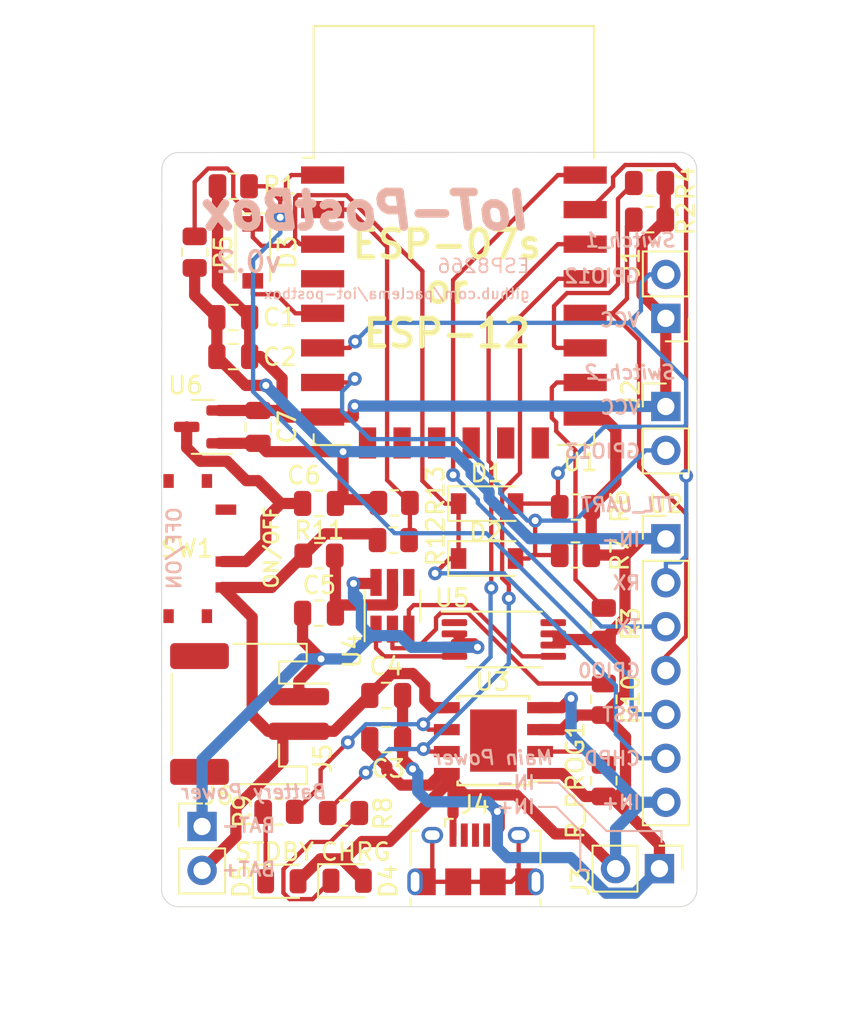
<source format=kicad_pcb>
(kicad_pcb (version 20171130) (host pcbnew "(5.1.12)-1")

  (general
    (thickness 1.6)
    (drawings 45)
    (tracks 442)
    (zones 0)
    (modules 39)
    (nets 43)
  )

  (page A4)
  (title_block
    (title IoT-PostBox)
    (date 2021-07-08)
    (rev v0.2)
    (comment 1 https://github.com/paclema/iot-postbox)
    (comment 2 "IoT-PostBox board based on ESP8266 (ESP-12 or ESP-07)")
  )

  (layers
    (0 F.Cu signal)
    (31 B.Cu signal)
    (32 B.Adhes user)
    (33 F.Adhes user)
    (34 B.Paste user)
    (35 F.Paste user)
    (36 B.SilkS user)
    (37 F.SilkS user)
    (38 B.Mask user)
    (39 F.Mask user)
    (40 Dwgs.User user)
    (41 Cmts.User user)
    (42 Eco1.User user)
    (43 Eco2.User user)
    (44 Edge.Cuts user)
    (45 Margin user)
    (46 B.CrtYd user)
    (47 F.CrtYd user)
    (48 B.Fab user)
    (49 F.Fab user)
  )

  (setup
    (last_trace_width 0.25)
    (trace_clearance 0.2)
    (zone_clearance 0.508)
    (zone_45_only no)
    (trace_min 0.2)
    (via_size 0.8)
    (via_drill 0.4)
    (via_min_size 0.4)
    (via_min_drill 0.3)
    (uvia_size 0.3)
    (uvia_drill 0.1)
    (uvias_allowed no)
    (uvia_min_size 0.2)
    (uvia_min_drill 0.1)
    (edge_width 0.05)
    (segment_width 0.2)
    (pcb_text_width 0.3)
    (pcb_text_size 1.5 1.5)
    (mod_edge_width 0.12)
    (mod_text_size 1 1)
    (mod_text_width 0.15)
    (pad_size 1.524 1.524)
    (pad_drill 0.762)
    (pad_to_mask_clearance 0)
    (aux_axis_origin 0 0)
    (grid_origin 115.96878 149.68982)
    (visible_elements 7FFFFFFF)
    (pcbplotparams
      (layerselection 0x010fc_ffffffff)
      (usegerberextensions true)
      (usegerberattributes false)
      (usegerberadvancedattributes false)
      (creategerberjobfile false)
      (excludeedgelayer true)
      (linewidth 0.100000)
      (plotframeref false)
      (viasonmask false)
      (mode 1)
      (useauxorigin false)
      (hpglpennumber 1)
      (hpglpenspeed 20)
      (hpglpendiameter 15.000000)
      (psnegative false)
      (psa4output false)
      (plotreference true)
      (plotvalue true)
      (plotinvisibletext false)
      (padsonsilk false)
      (subtractmaskfromsilk false)
      (outputformat 1)
      (mirror false)
      (drillshape 0)
      (scaleselection 1)
      (outputdirectory "gerber/"))
  )

  (net 0 "")
  (net 1 /CH_PD)
  (net 2 /GPIO12)
  (net 3 /GPIO13)
  (net 4 /GPIO14)
  (net 5 "Net-(R3-Pad1)")
  (net 6 "Net-(R4-Pad1)")
  (net 7 /RST)
  (net 8 /GPIO0)
  (net 9 /RX)
  (net 10 /TX)
  (net 11 IN-)
  (net 12 VCC)
  (net 13 IN+)
  (net 14 BAT+)
  (net 15 BAT-)
  (net 16 "Net-(C5-Pad1)")
  (net 17 "Net-(D4-Pad1)")
  (net 18 "Net-(D5-Pad1)")
  (net 19 "Net-(J4-Pad6)")
  (net 20 /CHRG)
  (net 21 /STDBY)
  (net 22 "Net-(R10-Pad1)")
  (net 23 /ADC)
  (net 24 "Net-(R_PROG1-Pad2)")
  (net 25 "Net-(U4-Pad3)")
  (net 26 "Net-(U4-Pad1)")
  (net 27 /OUT)
  (net 28 "Net-(J4-Pad2)")
  (net 29 "Net-(J4-Pad3)")
  (net 30 "Net-(J4-Pad4)")
  (net 31 "Net-(SW1-Pad3)")
  (net 32 "Net-(U1-Pad4)")
  (net 33 "Net-(U1-Pad9)")
  (net 34 "Net-(U1-Pad10)")
  (net 35 "Net-(U1-Pad11)")
  (net 36 "Net-(U1-Pad12)")
  (net 37 "Net-(U1-Pad13)")
  (net 38 "Net-(U1-Pad14)")
  (net 39 "Net-(U3-Pad9)")
  (net 40 "Net-(U4-Pad4)")
  (net 41 "Net-(U5-Pad1)")
  (net 42 "Net-(U5-Pad8)")

  (net_class Default "This is the default net class."
    (clearance 0.2)
    (trace_width 0.25)
    (via_dia 0.8)
    (via_drill 0.4)
    (uvia_dia 0.3)
    (uvia_drill 0.1)
    (add_net /ADC)
    (add_net /CHRG)
    (add_net /CH_PD)
    (add_net /GPIO0)
    (add_net /GPIO12)
    (add_net /GPIO13)
    (add_net /GPIO14)
    (add_net /RST)
    (add_net /RX)
    (add_net /STDBY)
    (add_net /TX)
    (add_net "Net-(D4-Pad1)")
    (add_net "Net-(D5-Pad1)")
    (add_net "Net-(J4-Pad2)")
    (add_net "Net-(J4-Pad3)")
    (add_net "Net-(J4-Pad4)")
    (add_net "Net-(J4-Pad6)")
    (add_net "Net-(R10-Pad1)")
    (add_net "Net-(R3-Pad1)")
    (add_net "Net-(R4-Pad1)")
    (add_net "Net-(R_PROG1-Pad2)")
    (add_net "Net-(SW1-Pad3)")
    (add_net "Net-(U1-Pad10)")
    (add_net "Net-(U1-Pad11)")
    (add_net "Net-(U1-Pad12)")
    (add_net "Net-(U1-Pad13)")
    (add_net "Net-(U1-Pad14)")
    (add_net "Net-(U1-Pad4)")
    (add_net "Net-(U1-Pad9)")
    (add_net "Net-(U3-Pad9)")
    (add_net "Net-(U4-Pad1)")
    (add_net "Net-(U4-Pad3)")
    (add_net "Net-(U4-Pad4)")
    (add_net "Net-(U5-Pad1)")
    (add_net "Net-(U5-Pad8)")
  )

  (net_class POWER ""
    (clearance 0.2)
    (trace_width 0.65)
    (via_dia 0.8)
    (via_drill 0.4)
    (uvia_dia 0.3)
    (uvia_drill 0.1)
    (add_net /OUT)
    (add_net BAT+)
    (add_net BAT-)
    (add_net IN+)
    (add_net IN-)
    (add_net "Net-(C5-Pad1)")
    (add_net VCC)
  )

  (module Connector_PinHeader_2.54mm:PinHeader_1x07_P2.54mm_Vertical (layer F.Cu) (tedit 59FED5CC) (tstamp 60E62E4A)
    (at 129.032 131.1783)
    (descr "Through hole straight pin header, 1x07, 2.54mm pitch, single row")
    (tags "Through hole pin header THT 1x07 2.54mm single row")
    (path /60E75D33)
    (fp_text reference U2 (at 0.00508 -2.01422) (layer F.SilkS)
      (effects (font (size 1 1) (thickness 0.15)))
    )
    (fp_text value TTL_UART_adapter_iot_postbox (at 0 17.57) (layer F.Fab)
      (effects (font (size 1 1) (thickness 0.15)))
    )
    (fp_line (start -0.635 -1.27) (end 1.27 -1.27) (layer F.Fab) (width 0.1))
    (fp_line (start 1.27 -1.27) (end 1.27 16.51) (layer F.Fab) (width 0.1))
    (fp_line (start 1.27 16.51) (end -1.27 16.51) (layer F.Fab) (width 0.1))
    (fp_line (start -1.27 16.51) (end -1.27 -0.635) (layer F.Fab) (width 0.1))
    (fp_line (start -1.27 -0.635) (end -0.635 -1.27) (layer F.Fab) (width 0.1))
    (fp_line (start -1.33 16.57) (end 1.33 16.57) (layer F.SilkS) (width 0.12))
    (fp_line (start -1.33 1.27) (end -1.33 16.57) (layer F.SilkS) (width 0.12))
    (fp_line (start 1.33 1.27) (end 1.33 16.57) (layer F.SilkS) (width 0.12))
    (fp_line (start -1.33 1.27) (end 1.33 1.27) (layer F.SilkS) (width 0.12))
    (fp_line (start -1.33 0) (end -1.33 -1.33) (layer F.SilkS) (width 0.12))
    (fp_line (start -1.33 -1.33) (end 0 -1.33) (layer F.SilkS) (width 0.12))
    (fp_line (start -1.8 -1.8) (end -1.8 17.05) (layer F.CrtYd) (width 0.05))
    (fp_line (start -1.8 17.05) (end 1.8 17.05) (layer F.CrtYd) (width 0.05))
    (fp_line (start 1.8 17.05) (end 1.8 -1.8) (layer F.CrtYd) (width 0.05))
    (fp_line (start 1.8 -1.8) (end -1.8 -1.8) (layer F.CrtYd) (width 0.05))
    (fp_text user %R (at 0 7.62 90) (layer F.Fab)
      (effects (font (size 1 1) (thickness 0.15)))
    )
    (pad 7 thru_hole oval (at 0 15.24) (size 1.7 1.7) (drill 1) (layers *.Cu *.Mask)
      (net 13 IN+))
    (pad 6 thru_hole oval (at 0 12.7) (size 1.7 1.7) (drill 1) (layers *.Cu *.Mask)
      (net 1 /CH_PD))
    (pad 5 thru_hole oval (at 0 10.16) (size 1.7 1.7) (drill 1) (layers *.Cu *.Mask)
      (net 7 /RST))
    (pad 4 thru_hole oval (at 0 7.62) (size 1.7 1.7) (drill 1) (layers *.Cu *.Mask)
      (net 8 /GPIO0))
    (pad 3 thru_hole oval (at 0 5.08) (size 1.7 1.7) (drill 1) (layers *.Cu *.Mask)
      (net 10 /TX))
    (pad 2 thru_hole oval (at 0 2.54) (size 1.7 1.7) (drill 1) (layers *.Cu *.Mask)
      (net 9 /RX))
    (pad 1 thru_hole rect (at 0 0) (size 1.7 1.7) (drill 1) (layers *.Cu *.Mask)
      (net 11 IN-))
    (model ${KISYS3DMOD}/Connector_PinHeader_2.54mm.3dshapes/PinHeader_1x07_P2.54mm_Vertical.wrl
      (at (xyz 0 0 0))
      (scale (xyz 1 1 1))
      (rotate (xyz 0 0 0))
    )
  )

  (module MSK12C02:1P2T_SPDT_MSK-C02_7pin (layer F.Cu) (tedit 60E5A647) (tstamp 60E6C461)
    (at 101.34878 131.73982 270)
    (path /60EBDB9E)
    (fp_text reference SW1 (at -0.001 0.046) (layer F.SilkS)
      (effects (font (size 1 1) (thickness 0.15)))
    )
    (fp_text value POWER (at 0 -4.4 270) (layer F.Fab)
      (effects (font (size 1 1) (thickness 0.15)))
    )
    (fp_line (start -1.4 2.7) (end -1.4 2.6) (layer F.Fab) (width 0.12))
    (fp_line (start -0.1 2.7) (end -0.1 2.5) (layer F.Fab) (width 0.12))
    (fp_line (start -1.4 2.65) (end -1.4 1.35) (layer F.Fab) (width 0.12))
    (fp_line (start -0.3 2.9) (end -1.2 2.9) (layer F.Fab) (width 0.12))
    (fp_line (start -0.1 2.65) (end -0.1 1.35) (layer F.Fab) (width 0.12))
    (fp_line (start -1.4 2.7) (end -1.2 2.9) (layer F.Fab) (width 0.12))
    (fp_line (start -0.1 2.7) (end -0.3 2.9) (layer F.Fab) (width 0.12))
    (fp_line (start 3.35 -1.35) (end 0 -1.35) (layer F.CrtYd) (width 0.12))
    (fp_line (start 3.35 1.35) (end 3.35 -1.35) (layer F.CrtYd) (width 0.12))
    (fp_line (start -3.35 1.35) (end 3.35 1.35) (layer F.CrtYd) (width 0.12))
    (fp_line (start -3.35 -1.35) (end -3.35 1.35) (layer F.CrtYd) (width 0.12))
    (fp_line (start -3.3 -1.35) (end -3.35 -1.35) (layer F.CrtYd) (width 0.12))
    (fp_line (start 0 -1.35) (end -3.3 -1.35) (layer F.CrtYd) (width 0.12))
    (pad "" np_thru_hole circle (at 1.5 0 270) (size 0.8 0.8) (drill 0.8) (layers *.Cu *.Mask))
    (pad "" smd rect (at 3.81 1.11 270) (size 0.8 0.6) (drill (offset 0.1 0)) (layers F.Cu F.Paste F.Mask))
    (pad "" smd rect (at 3.81 -1.11 270) (size 0.8 0.6) (drill (offset 0.1 0)) (layers F.Cu F.Paste F.Mask))
    (pad "" smd rect (at -3.81 1.11 270) (size 0.8 0.6) (drill (offset -0.1 0)) (layers F.Cu F.Paste F.Mask))
    (pad "" smd rect (at -3.81 -1.11 270) (size 0.8 0.6) (drill (offset -0.1 0)) (layers F.Cu F.Paste F.Mask))
    (pad 3 smd rect (at -2.25 -2.01 270) (size 0.6 1.2) (drill (offset 0 -0.2)) (layers F.Cu F.Paste F.Mask)
      (net 31 "Net-(SW1-Pad3)") (clearance 0.5))
    (pad 2 smd rect (at 0.75 -2.01 270) (size 0.6 1.2) (drill (offset 0 -0.2)) (layers F.Cu F.Paste F.Mask)
      (net 27 /OUT) (clearance 0.5))
    (pad 1 smd rect (at 2.25 -2.01 270) (size 0.6 1.2) (drill (offset 0 -0.2)) (layers F.Cu F.Paste F.Mask)
      (net 14 BAT+))
    (pad "" np_thru_hole circle (at -1.5 0 270) (size 0.8 0.8) (drill 0.8) (layers *.Cu *.Mask))
  )

  (module Package_TO_SOT_SMD:SOT-23 (layer F.Cu) (tedit 5FA16958) (tstamp 60E68B51)
    (at 102.225 124.7 180)
    (descr "SOT, 3 Pin (https://www.jedec.org/system/files/docs/to-236h.pdf variant AB), generated with kicad-footprint-generator ipc_gullwing_generator.py")
    (tags "SOT TO_SOT_SMD")
    (path /60E3984C)
    (attr smd)
    (fp_text reference U6 (at 1.006 2.399) (layer F.SilkS)
      (effects (font (size 1 1) (thickness 0.15)))
    )
    (fp_text value MCP1700-3302E_SOT23 (at 0 2.4) (layer F.Fab)
      (effects (font (size 1 1) (thickness 0.15)))
    )
    (fp_line (start 1.92 -1.7) (end -1.92 -1.7) (layer F.CrtYd) (width 0.05))
    (fp_line (start 1.92 1.7) (end 1.92 -1.7) (layer F.CrtYd) (width 0.05))
    (fp_line (start -1.92 1.7) (end 1.92 1.7) (layer F.CrtYd) (width 0.05))
    (fp_line (start -1.92 -1.7) (end -1.92 1.7) (layer F.CrtYd) (width 0.05))
    (fp_line (start -0.65 -1.125) (end -0.325 -1.45) (layer F.Fab) (width 0.1))
    (fp_line (start -0.65 1.45) (end -0.65 -1.125) (layer F.Fab) (width 0.1))
    (fp_line (start 0.65 1.45) (end -0.65 1.45) (layer F.Fab) (width 0.1))
    (fp_line (start 0.65 -1.45) (end 0.65 1.45) (layer F.Fab) (width 0.1))
    (fp_line (start -0.325 -1.45) (end 0.65 -1.45) (layer F.Fab) (width 0.1))
    (fp_line (start 0 -1.56) (end -1.675 -1.56) (layer F.SilkS) (width 0.12))
    (fp_line (start 0 -1.56) (end 0.65 -1.56) (layer F.SilkS) (width 0.12))
    (fp_line (start 0 1.56) (end -0.65 1.56) (layer F.SilkS) (width 0.12))
    (fp_line (start 0 1.56) (end 0.65 1.56) (layer F.SilkS) (width 0.12))
    (fp_text user %R (at 0 0) (layer F.Fab)
      (effects (font (size 0.32 0.32) (thickness 0.05)))
    )
    (pad 1 smd roundrect (at -0.9375 -0.95 180) (size 1.475 0.6) (layers F.Cu F.Paste F.Mask) (roundrect_rratio 0.25)
      (net 11 IN-))
    (pad 2 smd roundrect (at -0.9375 0.95 180) (size 1.475 0.6) (layers F.Cu F.Paste F.Mask) (roundrect_rratio 0.25)
      (net 12 VCC))
    (pad 3 smd roundrect (at 0.9375 0 180) (size 1.475 0.6) (layers F.Cu F.Paste F.Mask) (roundrect_rratio 0.25)
      (net 27 /OUT))
    (model ${KICAD6_3DMODEL_DIR}/Package_TO_SOT_SMD.3dshapes/SOT-23.wrl
      (at (xyz 0 0 0))
      (scale (xyz 1 1 1))
      (rotate (xyz 0 0 0))
    )
  )

  (module Package_SO:TSSOP-8_4.4x3mm_P0.65mm (layer F.Cu) (tedit 5E476F32) (tstamp 60E6B638)
    (at 119.65 137)
    (descr "TSSOP, 8 Pin (JEDEC MO-153 Var AA https://www.jedec.org/document_search?search_api_views_fulltext=MO-153), generated with kicad-footprint-generator ipc_gullwing_generator.py")
    (tags "TSSOP SO")
    (path /60EE3A96)
    (attr smd)
    (fp_text reference U5 (at -2.9878 -2.4054) (layer F.SilkS)
      (effects (font (size 1 1) (thickness 0.15)))
    )
    (fp_text value FS8205A (at 0 2.45) (layer F.Fab)
      (effects (font (size 1 1) (thickness 0.15)))
    )
    (fp_line (start 3.85 -1.75) (end -3.85 -1.75) (layer F.CrtYd) (width 0.05))
    (fp_line (start 3.85 1.75) (end 3.85 -1.75) (layer F.CrtYd) (width 0.05))
    (fp_line (start -3.85 1.75) (end 3.85 1.75) (layer F.CrtYd) (width 0.05))
    (fp_line (start -3.85 -1.75) (end -3.85 1.75) (layer F.CrtYd) (width 0.05))
    (fp_line (start -2.2 -0.75) (end -1.45 -1.5) (layer F.Fab) (width 0.1))
    (fp_line (start -2.2 1.5) (end -2.2 -0.75) (layer F.Fab) (width 0.1))
    (fp_line (start 2.2 1.5) (end -2.2 1.5) (layer F.Fab) (width 0.1))
    (fp_line (start 2.2 -1.5) (end 2.2 1.5) (layer F.Fab) (width 0.1))
    (fp_line (start -1.45 -1.5) (end 2.2 -1.5) (layer F.Fab) (width 0.1))
    (fp_line (start 0 -1.61) (end -3.6 -1.61) (layer F.SilkS) (width 0.12))
    (fp_line (start 0 -1.61) (end 2.2 -1.61) (layer F.SilkS) (width 0.12))
    (fp_line (start 0 1.61) (end -2.2 1.61) (layer F.SilkS) (width 0.12))
    (fp_line (start 0 1.61) (end 2.2 1.61) (layer F.SilkS) (width 0.12))
    (fp_text user %R (at 0 0) (layer F.Fab)
      (effects (font (size 1 1) (thickness 0.15)))
    )
    (pad 1 smd roundrect (at -2.8625 -0.975) (size 1.475 0.4) (layers F.Cu F.Paste F.Mask) (roundrect_rratio 0.25)
      (net 41 "Net-(U5-Pad1)"))
    (pad 2 smd roundrect (at -2.8625 -0.325) (size 1.475 0.4) (layers F.Cu F.Paste F.Mask) (roundrect_rratio 0.25)
      (net 15 BAT-))
    (pad 3 smd roundrect (at -2.8625 0.325) (size 1.475 0.4) (layers F.Cu F.Paste F.Mask) (roundrect_rratio 0.25)
      (net 15 BAT-))
    (pad 4 smd roundrect (at -2.8625 0.975) (size 1.475 0.4) (layers F.Cu F.Paste F.Mask) (roundrect_rratio 0.25)
      (net 26 "Net-(U4-Pad1)"))
    (pad 5 smd roundrect (at 2.8625 0.975) (size 1.475 0.4) (layers F.Cu F.Paste F.Mask) (roundrect_rratio 0.25)
      (net 25 "Net-(U4-Pad3)"))
    (pad 6 smd roundrect (at 2.8625 0.325) (size 1.475 0.4) (layers F.Cu F.Paste F.Mask) (roundrect_rratio 0.25)
      (net 11 IN-))
    (pad 7 smd roundrect (at 2.8625 -0.325) (size 1.475 0.4) (layers F.Cu F.Paste F.Mask) (roundrect_rratio 0.25)
      (net 11 IN-))
    (pad 8 smd roundrect (at 2.8625 -0.975) (size 1.475 0.4) (layers F.Cu F.Paste F.Mask) (roundrect_rratio 0.25)
      (net 42 "Net-(U5-Pad8)"))
    (model ${KISYS3DMOD}/Package_SO.3dshapes/TSSOP-8_4.4x3mm_P0.65mm.wrl
      (at (xyz 0 0 0))
      (scale (xyz 1 1 1))
      (rotate (xyz 0 0 0))
    )
  )

  (module Package_TO_SOT_SMD:SOT-23-6_Handsoldering (layer F.Cu) (tedit 5A02FF57) (tstamp 60E61063)
    (at 113.2 135.05 90)
    (descr "6-pin SOT-23 package, Handsoldering")
    (tags "SOT-23-6 Handsoldering")
    (path /60E876DA)
    (attr smd)
    (fp_text reference U4 (at -2.618 -2.329 90) (layer F.SilkS)
      (effects (font (size 1 1) (thickness 0.15)))
    )
    (fp_text value DW01 (at 0 2.9 90) (layer F.Fab)
      (effects (font (size 1 1) (thickness 0.15)))
    )
    (fp_line (start 0.9 -1.55) (end 0.9 1.55) (layer F.Fab) (width 0.1))
    (fp_line (start 0.9 1.55) (end -0.9 1.55) (layer F.Fab) (width 0.1))
    (fp_line (start -0.9 -0.9) (end -0.9 1.55) (layer F.Fab) (width 0.1))
    (fp_line (start 0.9 -1.55) (end -0.25 -1.55) (layer F.Fab) (width 0.1))
    (fp_line (start -0.9 -0.9) (end -0.25 -1.55) (layer F.Fab) (width 0.1))
    (fp_line (start -2.4 -1.8) (end 2.4 -1.8) (layer F.CrtYd) (width 0.05))
    (fp_line (start 2.4 -1.8) (end 2.4 1.8) (layer F.CrtYd) (width 0.05))
    (fp_line (start 2.4 1.8) (end -2.4 1.8) (layer F.CrtYd) (width 0.05))
    (fp_line (start -2.4 1.8) (end -2.4 -1.8) (layer F.CrtYd) (width 0.05))
    (fp_line (start 0.9 -1.61) (end -2.05 -1.61) (layer F.SilkS) (width 0.12))
    (fp_line (start -0.9 1.61) (end 0.9 1.61) (layer F.SilkS) (width 0.12))
    (fp_text user %R (at 0 0) (layer F.Fab)
      (effects (font (size 0.5 0.5) (thickness 0.075)))
    )
    (pad 1 smd rect (at -1.35 -0.95 90) (size 1.56 0.65) (layers F.Cu F.Paste F.Mask)
      (net 26 "Net-(U4-Pad1)"))
    (pad 2 smd rect (at -1.35 0 90) (size 1.56 0.65) (layers F.Cu F.Paste F.Mask)
      (net 22 "Net-(R10-Pad1)"))
    (pad 3 smd rect (at -1.35 0.95 90) (size 1.56 0.65) (layers F.Cu F.Paste F.Mask)
      (net 25 "Net-(U4-Pad3)"))
    (pad 4 smd rect (at 1.35 0.95 90) (size 1.56 0.65) (layers F.Cu F.Paste F.Mask)
      (net 40 "Net-(U4-Pad4)"))
    (pad 6 smd rect (at 1.35 -0.95 90) (size 1.56 0.65) (layers F.Cu F.Paste F.Mask)
      (net 15 BAT-))
    (pad 5 smd rect (at 1.35 0 90) (size 1.56 0.65) (layers F.Cu F.Paste F.Mask)
      (net 16 "Net-(C5-Pad1)"))
    (model ${KICAD6_3DMODEL_DIR}/Package_TO_SOT_SMD.3dshapes/SOT-23-6.wrl
      (at (xyz 0 0 0))
      (scale (xyz 1 1 1))
      (rotate (xyz 0 0 0))
    )
  )

  (module lib:TP4056_SOP-8-PP (layer F.Cu) (tedit 599E7EEC) (tstamp 60E680CE)
    (at 119.05 142.85 180)
    (descr "8-Lead Plastic SOP-8-PP")
    (tags "SSOP 0.50 exposed pad")
    (path /60E2E904)
    (attr smd)
    (fp_text reference U3 (at 0.051 3.404) (layer F.SilkS)
      (effects (font (size 1 1) (thickness 0.15)))
    )
    (fp_text value TP4056 (at 0 3.4) (layer F.Fab)
      (effects (font (size 1 1) (thickness 0.15)))
    )
    (fp_line (start -2.075 -2.375) (end -3.375 -2.375) (layer F.SilkS) (width 0.15))
    (fp_line (start -2.075 2.575) (end 2.075 2.575) (layer F.SilkS) (width 0.15))
    (fp_line (start -2.075 -2.575) (end 2.075 -2.575) (layer F.SilkS) (width 0.15))
    (fp_line (start -2.075 2.575) (end -2.075 2.375) (layer F.SilkS) (width 0.15))
    (fp_line (start 2.075 2.575) (end 2.075 2.375) (layer F.SilkS) (width 0.15))
    (fp_line (start 2.075 -2.575) (end 2.075 -2.375) (layer F.SilkS) (width 0.15))
    (fp_line (start -2.075 -2.575) (end -2.075 -2.375) (layer F.SilkS) (width 0.15))
    (fp_line (start -3.7 2.7) (end 3.7 2.7) (layer F.CrtYd) (width 0.05))
    (fp_line (start -3.7 -2.7) (end 3.7 -2.7) (layer F.CrtYd) (width 0.05))
    (fp_line (start 3.7 -2.7) (end 3.7 2.7) (layer F.CrtYd) (width 0.05))
    (fp_line (start -3.7 -2.7) (end -3.7 2.7) (layer F.CrtYd) (width 0.05))
    (fp_line (start -1.95 -1.45) (end -0.95 -2.45) (layer F.Fab) (width 0.15))
    (fp_line (start -1.95 2.45) (end -1.95 -1.45) (layer F.Fab) (width 0.15))
    (fp_line (start 1.95 2.45) (end -1.95 2.45) (layer F.Fab) (width 0.15))
    (fp_line (start 1.95 -2.45) (end 1.95 2.45) (layer F.Fab) (width 0.15))
    (fp_line (start -0.95 -2.45) (end 1.95 -2.45) (layer F.Fab) (width 0.15))
    (fp_text user %R (at 0 0) (layer F.Fab)
      (effects (font (size 1 1) (thickness 0.15)))
    )
    (pad 1 smd rect (at -2.7 -1.905 180) (size 1.5 0.65) (layers F.Cu F.Paste F.Mask)
      (net 11 IN-))
    (pad 2 smd rect (at -2.7 -0.635 180) (size 1.5 0.65) (layers F.Cu F.Paste F.Mask)
      (net 24 "Net-(R_PROG1-Pad2)"))
    (pad 3 smd rect (at -2.7 0.635 180) (size 1.5 0.65) (layers F.Cu F.Paste F.Mask)
      (net 11 IN-))
    (pad 4 smd rect (at -2.7 1.905 180) (size 1.5 0.65) (layers F.Cu F.Paste F.Mask)
      (net 13 IN+))
    (pad 5 smd rect (at 2.7 1.905 180) (size 1.5 0.65) (layers F.Cu F.Paste F.Mask)
      (net 14 BAT+))
    (pad 6 smd rect (at 2.7 0.635 180) (size 1.5 0.65) (layers F.Cu F.Paste F.Mask)
      (net 21 /STDBY))
    (pad 7 smd rect (at 2.7 -0.635 180) (size 1.5 0.65) (layers F.Cu F.Paste F.Mask)
      (net 20 /CHRG))
    (pad 8 smd rect (at 2.7 -1.905 180) (size 1.5 0.65) (layers F.Cu F.Paste F.Mask)
      (net 13 IN+))
    (pad 9 smd rect (at 0 0 180) (size 2.7 3.6) (layers F.Cu F.Paste F.Mask)
      (net 39 "Net-(U3-Pad9)"))
    (model ${KISYS3DMOD}/Housings_SOIC.3dshapes/Diodes_PSOP-8.wrl
      (at (xyz 0 0 0))
      (scale (xyz 1 1 1))
      (rotate (xyz 0 0 0))
    )
    (model Housings_SOIC.3dshapes/SOIC-8_3.9x4.9mm_Pitch1.27mm.wrl
      (at (xyz 0 0 0))
      (scale (xyz 1 1 1))
      (rotate (xyz 0 0 0))
    )
  )

  (module RF_Module:ESP-12E (layer F.Cu) (tedit 5A030172) (tstamp 60E5F33A)
    (at 116.76 113.63)
    (descr "Wi-Fi Module, http://wiki.ai-thinker.com/_media/esp8266/docs/aithinker_esp_12f_datasheet_en.pdf")
    (tags "Wi-Fi Module")
    (path /60AE687C)
    (attr smd)
    (fp_text reference U1 (at 7.319 13.116) (layer F.SilkS)
      (effects (font (size 1 1) (thickness 0.15)))
    )
    (fp_text value ESP-12F (at -0.06 -12.78) (layer F.Fab)
      (effects (font (size 1 1) (thickness 0.15)))
    )
    (fp_line (start 5.56 -4.8) (end 8.12 -7.36) (layer Dwgs.User) (width 0.12))
    (fp_line (start 2.56 -4.8) (end 8.12 -10.36) (layer Dwgs.User) (width 0.12))
    (fp_line (start -0.44 -4.8) (end 6.88 -12.12) (layer Dwgs.User) (width 0.12))
    (fp_line (start -3.44 -4.8) (end 3.88 -12.12) (layer Dwgs.User) (width 0.12))
    (fp_line (start -6.44 -4.8) (end 0.88 -12.12) (layer Dwgs.User) (width 0.12))
    (fp_line (start -8.12 -6.12) (end -2.12 -12.12) (layer Dwgs.User) (width 0.12))
    (fp_line (start -8.12 -9.12) (end -5.12 -12.12) (layer Dwgs.User) (width 0.12))
    (fp_line (start -8.12 -4.8) (end -8.12 -12.12) (layer Dwgs.User) (width 0.12))
    (fp_line (start 8.12 -4.8) (end -8.12 -4.8) (layer Dwgs.User) (width 0.12))
    (fp_line (start 8.12 -12.12) (end 8.12 -4.8) (layer Dwgs.User) (width 0.12))
    (fp_line (start -8.12 -12.12) (end 8.12 -12.12) (layer Dwgs.User) (width 0.12))
    (fp_line (start -8.12 -4.5) (end -8.73 -4.5) (layer F.SilkS) (width 0.12))
    (fp_line (start -8.12 -4.5) (end -8.12 -12.12) (layer F.SilkS) (width 0.12))
    (fp_line (start -8.12 12.12) (end -8.12 11.5) (layer F.SilkS) (width 0.12))
    (fp_line (start -6 12.12) (end -8.12 12.12) (layer F.SilkS) (width 0.12))
    (fp_line (start 8.12 12.12) (end 6 12.12) (layer F.SilkS) (width 0.12))
    (fp_line (start 8.12 11.5) (end 8.12 12.12) (layer F.SilkS) (width 0.12))
    (fp_line (start 8.12 -12.12) (end 8.12 -4.5) (layer F.SilkS) (width 0.12))
    (fp_line (start -8.12 -12.12) (end 8.12 -12.12) (layer F.SilkS) (width 0.12))
    (fp_line (start -9.05 13.1) (end -9.05 -12.2) (layer F.CrtYd) (width 0.05))
    (fp_line (start 9.05 13.1) (end -9.05 13.1) (layer F.CrtYd) (width 0.05))
    (fp_line (start 9.05 -12.2) (end 9.05 13.1) (layer F.CrtYd) (width 0.05))
    (fp_line (start -9.05 -12.2) (end 9.05 -12.2) (layer F.CrtYd) (width 0.05))
    (fp_line (start -8 -4) (end -8 -12) (layer F.Fab) (width 0.12))
    (fp_line (start -7.5 -3.5) (end -8 -4) (layer F.Fab) (width 0.12))
    (fp_line (start -8 -3) (end -7.5 -3.5) (layer F.Fab) (width 0.12))
    (fp_line (start -8 12) (end -8 -3) (layer F.Fab) (width 0.12))
    (fp_line (start 8 12) (end -8 12) (layer F.Fab) (width 0.12))
    (fp_line (start 8 -12) (end 8 12) (layer F.Fab) (width 0.12))
    (fp_line (start -8 -12) (end 8 -12) (layer F.Fab) (width 0.12))
    (fp_text user Antenna (at -0.06 -7 180) (layer Cmts.User)
      (effects (font (size 1 1) (thickness 0.15)))
    )
    (fp_text user "KEEP-OUT ZONE" (at 0.03 -9.55 180) (layer Cmts.User)
      (effects (font (size 1 1) (thickness 0.15)))
    )
    (fp_text user %R (at 0.49 -0.8) (layer F.Fab)
      (effects (font (size 1 1) (thickness 0.15)))
    )
    (pad 1 smd rect (at -7.6 -3.5) (size 2.5 1) (layers F.Cu F.Paste F.Mask)
      (net 7 /RST))
    (pad 2 smd rect (at -7.6 -1.5) (size 2.5 1) (layers F.Cu F.Paste F.Mask)
      (net 23 /ADC))
    (pad 3 smd rect (at -7.6 0.5) (size 2.5 1) (layers F.Cu F.Paste F.Mask)
      (net 1 /CH_PD))
    (pad 4 smd rect (at -7.6 2.5) (size 2.5 1) (layers F.Cu F.Paste F.Mask)
      (net 32 "Net-(U1-Pad4)"))
    (pad 5 smd rect (at -7.6 4.5) (size 2.5 1) (layers F.Cu F.Paste F.Mask)
      (net 4 /GPIO14))
    (pad 6 smd rect (at -7.6 6.5) (size 2.5 1) (layers F.Cu F.Paste F.Mask)
      (net 2 /GPIO12))
    (pad 7 smd rect (at -7.6 8.5) (size 2.5 1) (layers F.Cu F.Paste F.Mask)
      (net 3 /GPIO13))
    (pad 8 smd rect (at -7.6 10.5) (size 2.5 1) (layers F.Cu F.Paste F.Mask)
      (net 12 VCC))
    (pad 9 smd rect (at -5 12) (size 1 1.8) (layers F.Cu F.Paste F.Mask)
      (net 33 "Net-(U1-Pad9)"))
    (pad 10 smd rect (at -3 12) (size 1 1.8) (layers F.Cu F.Paste F.Mask)
      (net 34 "Net-(U1-Pad10)"))
    (pad 11 smd rect (at -1 12) (size 1 1.8) (layers F.Cu F.Paste F.Mask)
      (net 35 "Net-(U1-Pad11)"))
    (pad 12 smd rect (at 1 12) (size 1 1.8) (layers F.Cu F.Paste F.Mask)
      (net 36 "Net-(U1-Pad12)"))
    (pad 13 smd rect (at 3 12) (size 1 1.8) (layers F.Cu F.Paste F.Mask)
      (net 37 "Net-(U1-Pad13)"))
    (pad 14 smd rect (at 5 12) (size 1 1.8) (layers F.Cu F.Paste F.Mask)
      (net 38 "Net-(U1-Pad14)"))
    (pad 15 smd rect (at 7.6 10.5) (size 2.5 1) (layers F.Cu F.Paste F.Mask)
      (net 11 IN-))
    (pad 16 smd rect (at 7.6 8.5) (size 2.5 1) (layers F.Cu F.Paste F.Mask)
      (net 5 "Net-(R3-Pad1)"))
    (pad 17 smd rect (at 7.6 6.5) (size 2.5 1) (layers F.Cu F.Paste F.Mask)
      (net 6 "Net-(R4-Pad1)"))
    (pad 18 smd rect (at 7.6 4.5) (size 2.5 1) (layers F.Cu F.Paste F.Mask)
      (net 8 /GPIO0))
    (pad 19 smd rect (at 7.6 2.5) (size 2.5 1) (layers F.Cu F.Paste F.Mask)
      (net 20 /CHRG))
    (pad 20 smd rect (at 7.6 0.5) (size 2.5 1) (layers F.Cu F.Paste F.Mask)
      (net 21 /STDBY))
    (pad 21 smd rect (at 7.6 -1.5) (size 2.5 1) (layers F.Cu F.Paste F.Mask)
      (net 9 /RX))
    (pad 22 smd rect (at 7.6 -3.5) (size 2.5 1) (layers F.Cu F.Paste F.Mask)
      (net 10 /TX))
    (model ${KISYS3DMOD}/RF_Module.3dshapes/ESP-12E.wrl
      (at (xyz 0 0 0))
      (scale (xyz 1 1 1))
      (rotate (xyz 0 0 0))
    )
  )

  (module Resistor_SMD:R_0805_2012Metric (layer F.Cu) (tedit 5F68FEEE) (tstamp 60E6CF9B)
    (at 125.44 145.17 90)
    (descr "Resistor SMD 0805 (2012 Metric), square (rectangular) end terminal, IPC_7351 nominal, (Body size source: IPC-SM-782 page 72, https://www.pcb-3d.com/wordpress/wp-content/uploads/ipc-sm-782a_amendment_1_and_2.pdf), generated with kicad-footprint-generator")
    (tags resistor)
    (path /60E37EE4)
    (attr smd)
    (fp_text reference R_PROG1 (at 0 -1.65 90) (layer F.SilkS)
      (effects (font (size 1 1) (thickness 0.15)))
    )
    (fp_text value 2K (at 0 1.65 90) (layer F.Fab)
      (effects (font (size 1 1) (thickness 0.15)))
    )
    (fp_line (start -1 0.625) (end -1 -0.625) (layer F.Fab) (width 0.1))
    (fp_line (start -1 -0.625) (end 1 -0.625) (layer F.Fab) (width 0.1))
    (fp_line (start 1 -0.625) (end 1 0.625) (layer F.Fab) (width 0.1))
    (fp_line (start 1 0.625) (end -1 0.625) (layer F.Fab) (width 0.1))
    (fp_line (start -0.227064 -0.735) (end 0.227064 -0.735) (layer F.SilkS) (width 0.12))
    (fp_line (start -0.227064 0.735) (end 0.227064 0.735) (layer F.SilkS) (width 0.12))
    (fp_line (start -1.68 0.95) (end -1.68 -0.95) (layer F.CrtYd) (width 0.05))
    (fp_line (start -1.68 -0.95) (end 1.68 -0.95) (layer F.CrtYd) (width 0.05))
    (fp_line (start 1.68 -0.95) (end 1.68 0.95) (layer F.CrtYd) (width 0.05))
    (fp_line (start 1.68 0.95) (end -1.68 0.95) (layer F.CrtYd) (width 0.05))
    (fp_text user %R (at 0 0 90) (layer F.Fab)
      (effects (font (size 0.5 0.5) (thickness 0.08)))
    )
    (pad 2 smd roundrect (at 0.9125 0 90) (size 1.025 1.4) (layers F.Cu F.Paste F.Mask) (roundrect_rratio 0.2439004878048781)
      (net 24 "Net-(R_PROG1-Pad2)"))
    (pad 1 smd roundrect (at -0.9125 0 90) (size 1.025 1.4) (layers F.Cu F.Paste F.Mask) (roundrect_rratio 0.2439004878048781)
      (net 11 IN-))
    (model ${KISYS3DMOD}/Resistor_SMD.3dshapes/R_0805_2012Metric.wrl
      (at (xyz 0 0 0))
      (scale (xyz 1 1 1))
      (rotate (xyz 0 0 0))
    )
  )

  (module Resistor_SMD:R_0805_2012Metric (layer F.Cu) (tedit 5F68FEEE) (tstamp 60E60FBA)
    (at 113.3 129.1 180)
    (descr "Resistor SMD 0805 (2012 Metric), square (rectangular) end terminal, IPC_7351 nominal, (Body size source: IPC-SM-782 page 72, https://www.pcb-3d.com/wordpress/wp-content/uploads/ipc-sm-782a_amendment_1_and_2.pdf), generated with kicad-footprint-generator")
    (tags resistor)
    (path /61026824)
    (attr smd)
    (fp_text reference R13 (at -2.397 0.703 90) (layer F.SilkS)
      (effects (font (size 1 1) (thickness 0.15)))
    )
    (fp_text value 300K (at 0 1.65) (layer F.Fab)
      (effects (font (size 1 1) (thickness 0.15)))
    )
    (fp_line (start 1.68 0.95) (end -1.68 0.95) (layer F.CrtYd) (width 0.05))
    (fp_line (start 1.68 -0.95) (end 1.68 0.95) (layer F.CrtYd) (width 0.05))
    (fp_line (start -1.68 -0.95) (end 1.68 -0.95) (layer F.CrtYd) (width 0.05))
    (fp_line (start -1.68 0.95) (end -1.68 -0.95) (layer F.CrtYd) (width 0.05))
    (fp_line (start -0.227064 0.735) (end 0.227064 0.735) (layer F.SilkS) (width 0.12))
    (fp_line (start -0.227064 -0.735) (end 0.227064 -0.735) (layer F.SilkS) (width 0.12))
    (fp_line (start 1 0.625) (end -1 0.625) (layer F.Fab) (width 0.1))
    (fp_line (start 1 -0.625) (end 1 0.625) (layer F.Fab) (width 0.1))
    (fp_line (start -1 -0.625) (end 1 -0.625) (layer F.Fab) (width 0.1))
    (fp_line (start -1 0.625) (end -1 -0.625) (layer F.Fab) (width 0.1))
    (fp_text user %R (at 0 0) (layer F.Fab)
      (effects (font (size 0.5 0.5) (thickness 0.08)))
    )
    (pad 1 smd roundrect (at -0.9125 0 180) (size 1.025 1.4) (layers F.Cu F.Paste F.Mask) (roundrect_rratio 0.2439004878048781)
      (net 23 /ADC))
    (pad 2 smd roundrect (at 0.9125 0 180) (size 1.025 1.4) (layers F.Cu F.Paste F.Mask) (roundrect_rratio 0.2439004878048781)
      (net 11 IN-))
    (model ${KISYS3DMOD}/Resistor_SMD.3dshapes/R_0805_2012Metric.wrl
      (at (xyz 0 0 0))
      (scale (xyz 1 1 1))
      (rotate (xyz 0 0 0))
    )
  )

  (module Resistor_SMD:R_0805_2012Metric (layer F.Cu) (tedit 5F68FEEE) (tstamp 60E60FA9)
    (at 113.25 131.25)
    (descr "Resistor SMD 0805 (2012 Metric), square (rectangular) end terminal, IPC_7351 nominal, (Body size source: IPC-SM-782 page 72, https://www.pcb-3d.com/wordpress/wp-content/uploads/ipc-sm-782a_amendment_1_and_2.pdf), generated with kicad-footprint-generator")
    (tags resistor)
    (path /61025CCF)
    (attr smd)
    (fp_text reference R12 (at 2.447 0.068 90) (layer F.SilkS)
      (effects (font (size 1 1) (thickness 0.15)))
    )
    (fp_text value 1M (at 0 1.65) (layer F.Fab)
      (effects (font (size 1 1) (thickness 0.15)))
    )
    (fp_line (start 1.68 0.95) (end -1.68 0.95) (layer F.CrtYd) (width 0.05))
    (fp_line (start 1.68 -0.95) (end 1.68 0.95) (layer F.CrtYd) (width 0.05))
    (fp_line (start -1.68 -0.95) (end 1.68 -0.95) (layer F.CrtYd) (width 0.05))
    (fp_line (start -1.68 0.95) (end -1.68 -0.95) (layer F.CrtYd) (width 0.05))
    (fp_line (start -0.227064 0.735) (end 0.227064 0.735) (layer F.SilkS) (width 0.12))
    (fp_line (start -0.227064 -0.735) (end 0.227064 -0.735) (layer F.SilkS) (width 0.12))
    (fp_line (start 1 0.625) (end -1 0.625) (layer F.Fab) (width 0.1))
    (fp_line (start 1 -0.625) (end 1 0.625) (layer F.Fab) (width 0.1))
    (fp_line (start -1 -0.625) (end 1 -0.625) (layer F.Fab) (width 0.1))
    (fp_line (start -1 0.625) (end -1 -0.625) (layer F.Fab) (width 0.1))
    (fp_text user %R (at 0 0) (layer F.Fab)
      (effects (font (size 0.5 0.5) (thickness 0.08)))
    )
    (pad 1 smd roundrect (at -0.9125 0) (size 1.025 1.4) (layers F.Cu F.Paste F.Mask) (roundrect_rratio 0.2439004878048781)
      (net 14 BAT+))
    (pad 2 smd roundrect (at 0.9125 0) (size 1.025 1.4) (layers F.Cu F.Paste F.Mask) (roundrect_rratio 0.2439004878048781)
      (net 23 /ADC))
    (model ${KISYS3DMOD}/Resistor_SMD.3dshapes/R_0805_2012Metric.wrl
      (at (xyz 0 0 0))
      (scale (xyz 1 1 1))
      (rotate (xyz 0 0 0))
    )
  )

  (module Resistor_SMD:R_0805_2012Metric (layer F.Cu) (tedit 5F68FEEE) (tstamp 60E6C3F5)
    (at 108.95 132.15)
    (descr "Resistor SMD 0805 (2012 Metric), square (rectangular) end terminal, IPC_7351 nominal, (Body size source: IPC-SM-782 page 72, https://www.pcb-3d.com/wordpress/wp-content/uploads/ipc-sm-782a_amendment_1_and_2.pdf), generated with kicad-footprint-generator")
    (tags resistor)
    (path /60EE65E3)
    (attr smd)
    (fp_text reference R11 (at 0.016 -1.467) (layer F.SilkS)
      (effects (font (size 1 1) (thickness 0.15)))
    )
    (fp_text value 100R (at 0 1.65) (layer F.Fab)
      (effects (font (size 1 1) (thickness 0.15)))
    )
    (fp_line (start 1.68 0.95) (end -1.68 0.95) (layer F.CrtYd) (width 0.05))
    (fp_line (start 1.68 -0.95) (end 1.68 0.95) (layer F.CrtYd) (width 0.05))
    (fp_line (start -1.68 -0.95) (end 1.68 -0.95) (layer F.CrtYd) (width 0.05))
    (fp_line (start -1.68 0.95) (end -1.68 -0.95) (layer F.CrtYd) (width 0.05))
    (fp_line (start -0.227064 0.735) (end 0.227064 0.735) (layer F.SilkS) (width 0.12))
    (fp_line (start -0.227064 -0.735) (end 0.227064 -0.735) (layer F.SilkS) (width 0.12))
    (fp_line (start 1 0.625) (end -1 0.625) (layer F.Fab) (width 0.1))
    (fp_line (start 1 -0.625) (end 1 0.625) (layer F.Fab) (width 0.1))
    (fp_line (start -1 -0.625) (end 1 -0.625) (layer F.Fab) (width 0.1))
    (fp_line (start -1 0.625) (end -1 -0.625) (layer F.Fab) (width 0.1))
    (fp_text user %R (at 0 0) (layer F.Fab)
      (effects (font (size 0.5 0.5) (thickness 0.08)))
    )
    (pad 1 smd roundrect (at -0.9125 0) (size 1.025 1.4) (layers F.Cu F.Paste F.Mask) (roundrect_rratio 0.2439004878048781)
      (net 14 BAT+))
    (pad 2 smd roundrect (at 0.9125 0) (size 1.025 1.4) (layers F.Cu F.Paste F.Mask) (roundrect_rratio 0.2439004878048781)
      (net 16 "Net-(C5-Pad1)"))
    (model ${KISYS3DMOD}/Resistor_SMD.3dshapes/R_0805_2012Metric.wrl
      (at (xyz 0 0 0))
      (scale (xyz 1 1 1))
      (rotate (xyz 0 0 0))
    )
  )

  (module Resistor_SMD:R_0805_2012Metric (layer F.Cu) (tedit 5F68FEEE) (tstamp 60E6CF6B)
    (at 125.44 140.46 270)
    (descr "Resistor SMD 0805 (2012 Metric), square (rectangular) end terminal, IPC_7351 nominal, (Body size source: IPC-SM-782 page 72, https://www.pcb-3d.com/wordpress/wp-content/uploads/ipc-sm-782a_amendment_1_and_2.pdf), generated with kicad-footprint-generator")
    (tags resistor)
    (path /60EE58D5)
    (attr smd)
    (fp_text reference R10 (at 0.002 -1.56 90) (layer F.SilkS)
      (effects (font (size 1 1) (thickness 0.15)))
    )
    (fp_text value 1K (at 0 1.65 90) (layer F.Fab)
      (effects (font (size 1 1) (thickness 0.15)))
    )
    (fp_line (start -1 0.625) (end -1 -0.625) (layer F.Fab) (width 0.1))
    (fp_line (start -1 -0.625) (end 1 -0.625) (layer F.Fab) (width 0.1))
    (fp_line (start 1 -0.625) (end 1 0.625) (layer F.Fab) (width 0.1))
    (fp_line (start 1 0.625) (end -1 0.625) (layer F.Fab) (width 0.1))
    (fp_line (start -0.227064 -0.735) (end 0.227064 -0.735) (layer F.SilkS) (width 0.12))
    (fp_line (start -0.227064 0.735) (end 0.227064 0.735) (layer F.SilkS) (width 0.12))
    (fp_line (start -1.68 0.95) (end -1.68 -0.95) (layer F.CrtYd) (width 0.05))
    (fp_line (start -1.68 -0.95) (end 1.68 -0.95) (layer F.CrtYd) (width 0.05))
    (fp_line (start 1.68 -0.95) (end 1.68 0.95) (layer F.CrtYd) (width 0.05))
    (fp_line (start 1.68 0.95) (end -1.68 0.95) (layer F.CrtYd) (width 0.05))
    (fp_text user %R (at 0 0 90) (layer F.Fab)
      (effects (font (size 0.5 0.5) (thickness 0.08)))
    )
    (pad 2 smd roundrect (at 0.9125 0 270) (size 1.025 1.4) (layers F.Cu F.Paste F.Mask) (roundrect_rratio 0.2439004878048781)
      (net 11 IN-))
    (pad 1 smd roundrect (at -0.9125 0 270) (size 1.025 1.4) (layers F.Cu F.Paste F.Mask) (roundrect_rratio 0.2439004878048781)
      (net 22 "Net-(R10-Pad1)"))
    (model ${KISYS3DMOD}/Resistor_SMD.3dshapes/R_0805_2012Metric.wrl
      (at (xyz 0 0 0))
      (scale (xyz 1 1 1))
      (rotate (xyz 0 0 0))
    )
  )

  (module Resistor_SMD:R_0805_2012Metric (layer F.Cu) (tedit 5F68FEEE) (tstamp 60E5D4F1)
    (at 106.63 146.97)
    (descr "Resistor SMD 0805 (2012 Metric), square (rectangular) end terminal, IPC_7351 nominal, (Body size source: IPC-SM-782 page 72, https://www.pcb-3d.com/wordpress/wp-content/uploads/ipc-sm-782a_amendment_1_and_2.pdf), generated with kicad-footprint-generator")
    (tags resistor)
    (path /60E36525)
    (attr smd)
    (fp_text reference R9 (at -2.109 -0.031 90) (layer F.SilkS)
      (effects (font (size 1 1) (thickness 0.15)))
    )
    (fp_text value 1K (at 0 1.65) (layer F.Fab)
      (effects (font (size 1 1) (thickness 0.15)))
    )
    (fp_line (start -1 0.625) (end -1 -0.625) (layer F.Fab) (width 0.1))
    (fp_line (start -1 -0.625) (end 1 -0.625) (layer F.Fab) (width 0.1))
    (fp_line (start 1 -0.625) (end 1 0.625) (layer F.Fab) (width 0.1))
    (fp_line (start 1 0.625) (end -1 0.625) (layer F.Fab) (width 0.1))
    (fp_line (start -0.227064 -0.735) (end 0.227064 -0.735) (layer F.SilkS) (width 0.12))
    (fp_line (start -0.227064 0.735) (end 0.227064 0.735) (layer F.SilkS) (width 0.12))
    (fp_line (start -1.68 0.95) (end -1.68 -0.95) (layer F.CrtYd) (width 0.05))
    (fp_line (start -1.68 -0.95) (end 1.68 -0.95) (layer F.CrtYd) (width 0.05))
    (fp_line (start 1.68 -0.95) (end 1.68 0.95) (layer F.CrtYd) (width 0.05))
    (fp_line (start 1.68 0.95) (end -1.68 0.95) (layer F.CrtYd) (width 0.05))
    (fp_text user %R (at 0 0) (layer F.Fab)
      (effects (font (size 0.5 0.5) (thickness 0.08)))
    )
    (pad 2 smd roundrect (at 0.9125 0) (size 1.025 1.4) (layers F.Cu F.Paste F.Mask) (roundrect_rratio 0.2439004878048781)
      (net 21 /STDBY))
    (pad 1 smd roundrect (at -0.9125 0) (size 1.025 1.4) (layers F.Cu F.Paste F.Mask) (roundrect_rratio 0.2439004878048781)
      (net 18 "Net-(D5-Pad1)"))
    (model ${KISYS3DMOD}/Resistor_SMD.3dshapes/R_0805_2012Metric.wrl
      (at (xyz 0 0 0))
      (scale (xyz 1 1 1))
      (rotate (xyz 0 0 0))
    )
  )

  (module Resistor_SMD:R_0805_2012Metric (layer F.Cu) (tedit 5F68FEEE) (tstamp 60E63DAF)
    (at 110.37 147.04 180)
    (descr "Resistor SMD 0805 (2012 Metric), square (rectangular) end terminal, IPC_7351 nominal, (Body size source: IPC-SM-782 page 72, https://www.pcb-3d.com/wordpress/wp-content/uploads/ipc-sm-782a_amendment_1_and_2.pdf), generated with kicad-footprint-generator")
    (tags resistor)
    (path /60E53CAA)
    (attr smd)
    (fp_text reference R8 (at -2.279 -0.026 90) (layer F.SilkS)
      (effects (font (size 1 1) (thickness 0.15)))
    )
    (fp_text value 1K (at 0 1.65) (layer F.Fab)
      (effects (font (size 1 1) (thickness 0.15)))
    )
    (fp_line (start 1.68 0.95) (end -1.68 0.95) (layer F.CrtYd) (width 0.05))
    (fp_line (start 1.68 -0.95) (end 1.68 0.95) (layer F.CrtYd) (width 0.05))
    (fp_line (start -1.68 -0.95) (end 1.68 -0.95) (layer F.CrtYd) (width 0.05))
    (fp_line (start -1.68 0.95) (end -1.68 -0.95) (layer F.CrtYd) (width 0.05))
    (fp_line (start -0.227064 0.735) (end 0.227064 0.735) (layer F.SilkS) (width 0.12))
    (fp_line (start -0.227064 -0.735) (end 0.227064 -0.735) (layer F.SilkS) (width 0.12))
    (fp_line (start 1 0.625) (end -1 0.625) (layer F.Fab) (width 0.1))
    (fp_line (start 1 -0.625) (end 1 0.625) (layer F.Fab) (width 0.1))
    (fp_line (start -1 -0.625) (end 1 -0.625) (layer F.Fab) (width 0.1))
    (fp_line (start -1 0.625) (end -1 -0.625) (layer F.Fab) (width 0.1))
    (fp_text user %R (at 0 0) (layer F.Fab)
      (effects (font (size 0.5 0.5) (thickness 0.08)))
    )
    (pad 1 smd roundrect (at -0.9125 0 180) (size 1.025 1.4) (layers F.Cu F.Paste F.Mask) (roundrect_rratio 0.2439004878048781)
      (net 17 "Net-(D4-Pad1)"))
    (pad 2 smd roundrect (at 0.9125 0 180) (size 1.025 1.4) (layers F.Cu F.Paste F.Mask) (roundrect_rratio 0.2439004878048781)
      (net 20 /CHRG))
    (model ${KISYS3DMOD}/Resistor_SMD.3dshapes/R_0805_2012Metric.wrl
      (at (xyz 0 0 0))
      (scale (xyz 1 1 1))
      (rotate (xyz 0 0 0))
    )
  )

  (module Resistor_SMD:R_0805_2012Metric (layer F.Cu) (tedit 5F68FEEE) (tstamp 60E63391)
    (at 123.8 129.34)
    (descr "Resistor SMD 0805 (2012 Metric), square (rectangular) end terminal, IPC_7351 nominal, (Body size source: IPC-SM-782 page 72, https://www.pcb-3d.com/wordpress/wp-content/uploads/ipc-sm-782a_amendment_1_and_2.pdf), generated with kicad-footprint-generator")
    (tags resistor)
    (path /60B42581)
    (attr smd)
    (fp_text reference R6 (at 2.565 -0.054 90) (layer F.SilkS)
      (effects (font (size 1 1) (thickness 0.15)))
    )
    (fp_text value 10K (at 0 1.65) (layer F.Fab)
      (effects (font (size 1 1) (thickness 0.15)))
    )
    (fp_line (start 1.68 0.95) (end -1.68 0.95) (layer F.CrtYd) (width 0.05))
    (fp_line (start 1.68 -0.95) (end 1.68 0.95) (layer F.CrtYd) (width 0.05))
    (fp_line (start -1.68 -0.95) (end 1.68 -0.95) (layer F.CrtYd) (width 0.05))
    (fp_line (start -1.68 0.95) (end -1.68 -0.95) (layer F.CrtYd) (width 0.05))
    (fp_line (start -0.227064 0.735) (end 0.227064 0.735) (layer F.SilkS) (width 0.12))
    (fp_line (start -0.227064 -0.735) (end 0.227064 -0.735) (layer F.SilkS) (width 0.12))
    (fp_line (start 1 0.625) (end -1 0.625) (layer F.Fab) (width 0.1))
    (fp_line (start 1 -0.625) (end 1 0.625) (layer F.Fab) (width 0.1))
    (fp_line (start -1 -0.625) (end 1 -0.625) (layer F.Fab) (width 0.1))
    (fp_line (start -1 0.625) (end -1 -0.625) (layer F.Fab) (width 0.1))
    (fp_text user %R (at 0 0) (layer F.Fab)
      (effects (font (size 0.5 0.5) (thickness 0.08)))
    )
    (pad 1 smd roundrect (at -0.9125 0) (size 1.025 1.4) (layers F.Cu F.Paste F.Mask) (roundrect_rratio 0.2439004878048781)
      (net 2 /GPIO12))
    (pad 2 smd roundrect (at 0.9125 0) (size 1.025 1.4) (layers F.Cu F.Paste F.Mask) (roundrect_rratio 0.2439004878048781)
      (net 11 IN-))
    (model ${KISYS3DMOD}/Resistor_SMD.3dshapes/R_0805_2012Metric.wrl
      (at (xyz 0 0 0))
      (scale (xyz 1 1 1))
      (rotate (xyz 0 0 0))
    )
  )

  (module Resistor_SMD:R_0805_2012Metric (layer F.Cu) (tedit 5F68FEEE) (tstamp 60E6B53F)
    (at 123.8 132.115)
    (descr "Resistor SMD 0805 (2012 Metric), square (rectangular) end terminal, IPC_7351 nominal, (Body size source: IPC-SM-782 page 72, https://www.pcb-3d.com/wordpress/wp-content/uploads/ipc-sm-782a_amendment_1_and_2.pdf), generated with kicad-footprint-generator")
    (tags resistor)
    (path /60B3CBFB)
    (attr smd)
    (fp_text reference R7 (at 2.565 -0.035 90) (layer F.SilkS)
      (effects (font (size 1 1) (thickness 0.15)))
    )
    (fp_text value 10K (at 0 1.65) (layer F.Fab)
      (effects (font (size 1 1) (thickness 0.15)))
    )
    (fp_line (start 1.68 0.95) (end -1.68 0.95) (layer F.CrtYd) (width 0.05))
    (fp_line (start 1.68 -0.95) (end 1.68 0.95) (layer F.CrtYd) (width 0.05))
    (fp_line (start -1.68 -0.95) (end 1.68 -0.95) (layer F.CrtYd) (width 0.05))
    (fp_line (start -1.68 0.95) (end -1.68 -0.95) (layer F.CrtYd) (width 0.05))
    (fp_line (start -0.227064 0.735) (end 0.227064 0.735) (layer F.SilkS) (width 0.12))
    (fp_line (start -0.227064 -0.735) (end 0.227064 -0.735) (layer F.SilkS) (width 0.12))
    (fp_line (start 1 0.625) (end -1 0.625) (layer F.Fab) (width 0.1))
    (fp_line (start 1 -0.625) (end 1 0.625) (layer F.Fab) (width 0.1))
    (fp_line (start -1 -0.625) (end 1 -0.625) (layer F.Fab) (width 0.1))
    (fp_line (start -1 0.625) (end -1 -0.625) (layer F.Fab) (width 0.1))
    (fp_text user %R (at 0 0) (layer F.Fab)
      (effects (font (size 0.5 0.5) (thickness 0.08)))
    )
    (pad 1 smd roundrect (at -0.9125 0) (size 1.025 1.4) (layers F.Cu F.Paste F.Mask) (roundrect_rratio 0.2439004878048781)
      (net 3 /GPIO13))
    (pad 2 smd roundrect (at 0.9125 0) (size 1.025 1.4) (layers F.Cu F.Paste F.Mask) (roundrect_rratio 0.2439004878048781)
      (net 11 IN-))
    (model ${KISYS3DMOD}/Resistor_SMD.3dshapes/R_0805_2012Metric.wrl
      (at (xyz 0 0 0))
      (scale (xyz 1 1 1))
      (rotate (xyz 0 0 0))
    )
  )

  (module Resistor_SMD:R_0805_2012Metric (layer F.Cu) (tedit 5F68FEEE) (tstamp 60E6AC91)
    (at 101.75 114.59 270)
    (descr "Resistor SMD 0805 (2012 Metric), square (rectangular) end terminal, IPC_7351 nominal, (Body size source: IPC-SM-782 page 72, https://www.pcb-3d.com/wordpress/wp-content/uploads/ipc-sm-782a_amendment_1_and_2.pdf), generated with kicad-footprint-generator")
    (tags resistor)
    (path /60B19B02)
    (attr smd)
    (fp_text reference R5 (at 0 -1.65 90) (layer F.SilkS)
      (effects (font (size 1 1) (thickness 0.15)))
    )
    (fp_text value 10K (at 0 1.65 90) (layer F.Fab)
      (effects (font (size 1 1) (thickness 0.15)))
    )
    (fp_line (start 1.68 0.95) (end -1.68 0.95) (layer F.CrtYd) (width 0.05))
    (fp_line (start 1.68 -0.95) (end 1.68 0.95) (layer F.CrtYd) (width 0.05))
    (fp_line (start -1.68 -0.95) (end 1.68 -0.95) (layer F.CrtYd) (width 0.05))
    (fp_line (start -1.68 0.95) (end -1.68 -0.95) (layer F.CrtYd) (width 0.05))
    (fp_line (start -0.227064 0.735) (end 0.227064 0.735) (layer F.SilkS) (width 0.12))
    (fp_line (start -0.227064 -0.735) (end 0.227064 -0.735) (layer F.SilkS) (width 0.12))
    (fp_line (start 1 0.625) (end -1 0.625) (layer F.Fab) (width 0.1))
    (fp_line (start 1 -0.625) (end 1 0.625) (layer F.Fab) (width 0.1))
    (fp_line (start -1 -0.625) (end 1 -0.625) (layer F.Fab) (width 0.1))
    (fp_line (start -1 0.625) (end -1 -0.625) (layer F.Fab) (width 0.1))
    (fp_text user %R (at 0 0 90) (layer F.Fab)
      (effects (font (size 0.5 0.5) (thickness 0.08)))
    )
    (pad 1 smd roundrect (at -0.9125 0 270) (size 1.025 1.4) (layers F.Cu F.Paste F.Mask) (roundrect_rratio 0.2439004878048781)
      (net 1 /CH_PD))
    (pad 2 smd roundrect (at 0.9125 0 270) (size 1.025 1.4) (layers F.Cu F.Paste F.Mask) (roundrect_rratio 0.2439004878048781)
      (net 11 IN-))
    (model ${KISYS3DMOD}/Resistor_SMD.3dshapes/R_0805_2012Metric.wrl
      (at (xyz 0 0 0))
      (scale (xyz 1 1 1))
      (rotate (xyz 0 0 0))
    )
  )

  (module Resistor_SMD:R_0805_2012Metric (layer F.Cu) (tedit 5F68FEEE) (tstamp 60E6D049)
    (at 128.088 110.59)
    (descr "Resistor SMD 0805 (2012 Metric), square (rectangular) end terminal, IPC_7351 nominal, (Body size source: IPC-SM-782 page 72, https://www.pcb-3d.com/wordpress/wp-content/uploads/ipc-sm-782a_amendment_1_and_2.pdf), generated with kicad-footprint-generator")
    (tags resistor)
    (path /60B50B9E)
    (attr smd)
    (fp_text reference R4 (at 2.087 0.027 90) (layer F.SilkS)
      (effects (font (size 1 1) (thickness 0.15)))
    )
    (fp_text value 10K (at 0 1.65) (layer F.Fab)
      (effects (font (size 1 1) (thickness 0.15)))
    )
    (fp_line (start -1 0.625) (end -1 -0.625) (layer F.Fab) (width 0.1))
    (fp_line (start -1 -0.625) (end 1 -0.625) (layer F.Fab) (width 0.1))
    (fp_line (start 1 -0.625) (end 1 0.625) (layer F.Fab) (width 0.1))
    (fp_line (start 1 0.625) (end -1 0.625) (layer F.Fab) (width 0.1))
    (fp_line (start -0.227064 -0.735) (end 0.227064 -0.735) (layer F.SilkS) (width 0.12))
    (fp_line (start -0.227064 0.735) (end 0.227064 0.735) (layer F.SilkS) (width 0.12))
    (fp_line (start -1.68 0.95) (end -1.68 -0.95) (layer F.CrtYd) (width 0.05))
    (fp_line (start -1.68 -0.95) (end 1.68 -0.95) (layer F.CrtYd) (width 0.05))
    (fp_line (start 1.68 -0.95) (end 1.68 0.95) (layer F.CrtYd) (width 0.05))
    (fp_line (start 1.68 0.95) (end -1.68 0.95) (layer F.CrtYd) (width 0.05))
    (fp_text user %R (at 0 0) (layer F.Fab)
      (effects (font (size 0.5 0.5) (thickness 0.08)))
    )
    (pad 2 smd roundrect (at 0.9125 0) (size 1.025 1.4) (layers F.Cu F.Paste F.Mask) (roundrect_rratio 0.2439004878048781)
      (net 12 VCC))
    (pad 1 smd roundrect (at -0.9125 0) (size 1.025 1.4) (layers F.Cu F.Paste F.Mask) (roundrect_rratio 0.2439004878048781)
      (net 6 "Net-(R4-Pad1)"))
    (model ${KISYS3DMOD}/Resistor_SMD.3dshapes/R_0805_2012Metric.wrl
      (at (xyz 0 0 0))
      (scale (xyz 1 1 1))
      (rotate (xyz 0 0 0))
    )
  )

  (module Resistor_SMD:R_0805_2012Metric (layer F.Cu) (tedit 5F68FEEE) (tstamp 60E6CF3B)
    (at 125.44 136.09 270)
    (descr "Resistor SMD 0805 (2012 Metric), square (rectangular) end terminal, IPC_7351 nominal, (Body size source: IPC-SM-782 page 72, https://www.pcb-3d.com/wordpress/wp-content/uploads/ipc-sm-782a_amendment_1_and_2.pdf), generated with kicad-footprint-generator")
    (tags resistor)
    (path /60B1CEA6)
    (attr smd)
    (fp_text reference R3 (at 0 -1.56 90) (layer F.SilkS)
      (effects (font (size 1 1) (thickness 0.15)))
    )
    (fp_text value 10K (at 0 1.65 90) (layer F.Fab)
      (effects (font (size 1 1) (thickness 0.15)))
    )
    (fp_line (start -1 0.625) (end -1 -0.625) (layer F.Fab) (width 0.1))
    (fp_line (start -1 -0.625) (end 1 -0.625) (layer F.Fab) (width 0.1))
    (fp_line (start 1 -0.625) (end 1 0.625) (layer F.Fab) (width 0.1))
    (fp_line (start 1 0.625) (end -1 0.625) (layer F.Fab) (width 0.1))
    (fp_line (start -0.227064 -0.735) (end 0.227064 -0.735) (layer F.SilkS) (width 0.12))
    (fp_line (start -0.227064 0.735) (end 0.227064 0.735) (layer F.SilkS) (width 0.12))
    (fp_line (start -1.68 0.95) (end -1.68 -0.95) (layer F.CrtYd) (width 0.05))
    (fp_line (start -1.68 -0.95) (end 1.68 -0.95) (layer F.CrtYd) (width 0.05))
    (fp_line (start 1.68 -0.95) (end 1.68 0.95) (layer F.CrtYd) (width 0.05))
    (fp_line (start 1.68 0.95) (end -1.68 0.95) (layer F.CrtYd) (width 0.05))
    (fp_text user %R (at 0 0 90) (layer F.Fab)
      (effects (font (size 0.5 0.5) (thickness 0.08)))
    )
    (pad 2 smd roundrect (at 0.9125 0 270) (size 1.025 1.4) (layers F.Cu F.Paste F.Mask) (roundrect_rratio 0.2439004878048781)
      (net 11 IN-))
    (pad 1 smd roundrect (at -0.9125 0 270) (size 1.025 1.4) (layers F.Cu F.Paste F.Mask) (roundrect_rratio 0.2439004878048781)
      (net 5 "Net-(R3-Pad1)"))
    (model ${KISYS3DMOD}/Resistor_SMD.3dshapes/R_0805_2012Metric.wrl
      (at (xyz 0 0 0))
      (scale (xyz 1 1 1))
      (rotate (xyz 0 0 0))
    )
  )

  (module Resistor_SMD:R_0805_2012Metric (layer F.Cu) (tedit 5F68FEEE) (tstamp 60E5D5DD)
    (at 128.088 112.71)
    (descr "Resistor SMD 0805 (2012 Metric), square (rectangular) end terminal, IPC_7351 nominal, (Body size source: IPC-SM-782 page 72, https://www.pcb-3d.com/wordpress/wp-content/uploads/ipc-sm-782a_amendment_1_and_2.pdf), generated with kicad-footprint-generator")
    (tags resistor)
    (path /60B5027F)
    (attr smd)
    (fp_text reference R2 (at 2.087 -0.061 90) (layer F.SilkS)
      (effects (font (size 1 1) (thickness 0.15)))
    )
    (fp_text value 10K (at 0 1.65) (layer F.Fab)
      (effects (font (size 1 1) (thickness 0.15)))
    )
    (fp_line (start -1 0.625) (end -1 -0.625) (layer F.Fab) (width 0.1))
    (fp_line (start -1 -0.625) (end 1 -0.625) (layer F.Fab) (width 0.1))
    (fp_line (start 1 -0.625) (end 1 0.625) (layer F.Fab) (width 0.1))
    (fp_line (start 1 0.625) (end -1 0.625) (layer F.Fab) (width 0.1))
    (fp_line (start -0.227064 -0.735) (end 0.227064 -0.735) (layer F.SilkS) (width 0.12))
    (fp_line (start -0.227064 0.735) (end 0.227064 0.735) (layer F.SilkS) (width 0.12))
    (fp_line (start -1.68 0.95) (end -1.68 -0.95) (layer F.CrtYd) (width 0.05))
    (fp_line (start -1.68 -0.95) (end 1.68 -0.95) (layer F.CrtYd) (width 0.05))
    (fp_line (start 1.68 -0.95) (end 1.68 0.95) (layer F.CrtYd) (width 0.05))
    (fp_line (start 1.68 0.95) (end -1.68 0.95) (layer F.CrtYd) (width 0.05))
    (fp_text user %R (at 0 0) (layer F.Fab)
      (effects (font (size 0.5 0.5) (thickness 0.08)))
    )
    (pad 2 smd roundrect (at 0.9125 0) (size 1.025 1.4) (layers F.Cu F.Paste F.Mask) (roundrect_rratio 0.2439004878048781)
      (net 12 VCC))
    (pad 1 smd roundrect (at -0.9125 0) (size 1.025 1.4) (layers F.Cu F.Paste F.Mask) (roundrect_rratio 0.2439004878048781)
      (net 8 /GPIO0))
    (model ${KISYS3DMOD}/Resistor_SMD.3dshapes/R_0805_2012Metric.wrl
      (at (xyz 0 0 0))
      (scale (xyz 1 1 1))
      (rotate (xyz 0 0 0))
    )
  )

  (module Resistor_SMD:R_0805_2012Metric (layer F.Cu) (tedit 5F68FEEE) (tstamp 60E61FC0)
    (at 103.985 110.78)
    (descr "Resistor SMD 0805 (2012 Metric), square (rectangular) end terminal, IPC_7351 nominal, (Body size source: IPC-SM-782 page 72, https://www.pcb-3d.com/wordpress/wp-content/uploads/ipc-sm-782a_amendment_1_and_2.pdf), generated with kicad-footprint-generator")
    (tags resistor)
    (path /60B16984)
    (attr smd)
    (fp_text reference R1 (at 2.695 -0.036) (layer F.SilkS)
      (effects (font (size 1 1) (thickness 0.15)))
    )
    (fp_text value 10K (at 0 1.65) (layer F.Fab)
      (effects (font (size 1 1) (thickness 0.15)))
    )
    (fp_line (start 1.68 0.95) (end -1.68 0.95) (layer F.CrtYd) (width 0.05))
    (fp_line (start 1.68 -0.95) (end 1.68 0.95) (layer F.CrtYd) (width 0.05))
    (fp_line (start -1.68 -0.95) (end 1.68 -0.95) (layer F.CrtYd) (width 0.05))
    (fp_line (start -1.68 0.95) (end -1.68 -0.95) (layer F.CrtYd) (width 0.05))
    (fp_line (start -0.227064 0.735) (end 0.227064 0.735) (layer F.SilkS) (width 0.12))
    (fp_line (start -0.227064 -0.735) (end 0.227064 -0.735) (layer F.SilkS) (width 0.12))
    (fp_line (start 1 0.625) (end -1 0.625) (layer F.Fab) (width 0.1))
    (fp_line (start 1 -0.625) (end 1 0.625) (layer F.Fab) (width 0.1))
    (fp_line (start -1 -0.625) (end 1 -0.625) (layer F.Fab) (width 0.1))
    (fp_line (start -1 0.625) (end -1 -0.625) (layer F.Fab) (width 0.1))
    (fp_text user %R (at 0 0) (layer F.Fab)
      (effects (font (size 0.5 0.5) (thickness 0.08)))
    )
    (pad 1 smd roundrect (at -0.9125 0) (size 1.025 1.4) (layers F.Cu F.Paste F.Mask) (roundrect_rratio 0.2439004878048781)
      (net 12 VCC))
    (pad 2 smd roundrect (at 0.9125 0) (size 1.025 1.4) (layers F.Cu F.Paste F.Mask) (roundrect_rratio 0.2439004878048781)
      (net 7 /RST))
    (model ${KISYS3DMOD}/Resistor_SMD.3dshapes/R_0805_2012Metric.wrl
      (at (xyz 0 0 0))
      (scale (xyz 1 1 1))
      (rotate (xyz 0 0 0))
    )
  )

  (module Connector_PinHeader_2.54mm:PinHeader_1x02_P2.54mm_Vertical locked (layer F.Cu) (tedit 59FED5CC) (tstamp 60E6597F)
    (at 102.18 147.82)
    (descr "Through hole straight pin header, 1x02, 2.54mm pitch, single row")
    (tags "Through hole pin header THT 1x02 2.54mm single row")
    (path /610E7E52)
    (fp_text reference J6 (at 0.944 -1.77) (layer F.SilkS)
      (effects (font (size 1 1) (thickness 0.15)))
    )
    (fp_text value Battery (at 0 4.87) (layer F.Fab)
      (effects (font (size 1 1) (thickness 0.15)))
    )
    (fp_line (start 1.8 -1.8) (end -1.8 -1.8) (layer F.CrtYd) (width 0.05))
    (fp_line (start 1.8 4.35) (end 1.8 -1.8) (layer F.CrtYd) (width 0.05))
    (fp_line (start -1.8 4.35) (end 1.8 4.35) (layer F.CrtYd) (width 0.05))
    (fp_line (start -1.8 -1.8) (end -1.8 4.35) (layer F.CrtYd) (width 0.05))
    (fp_line (start -1.33 -1.33) (end 0 -1.33) (layer F.SilkS) (width 0.12))
    (fp_line (start -1.33 0) (end -1.33 -1.33) (layer F.SilkS) (width 0.12))
    (fp_line (start -1.33 1.27) (end 1.33 1.27) (layer F.SilkS) (width 0.12))
    (fp_line (start 1.33 1.27) (end 1.33 3.87) (layer F.SilkS) (width 0.12))
    (fp_line (start -1.33 1.27) (end -1.33 3.87) (layer F.SilkS) (width 0.12))
    (fp_line (start -1.33 3.87) (end 1.33 3.87) (layer F.SilkS) (width 0.12))
    (fp_line (start -1.27 -0.635) (end -0.635 -1.27) (layer F.Fab) (width 0.1))
    (fp_line (start -1.27 3.81) (end -1.27 -0.635) (layer F.Fab) (width 0.1))
    (fp_line (start 1.27 3.81) (end -1.27 3.81) (layer F.Fab) (width 0.1))
    (fp_line (start 1.27 -1.27) (end 1.27 3.81) (layer F.Fab) (width 0.1))
    (fp_line (start -0.635 -1.27) (end 1.27 -1.27) (layer F.Fab) (width 0.1))
    (fp_text user %R (at 0 1.27 90) (layer F.Fab)
      (effects (font (size 1 1) (thickness 0.15)))
    )
    (pad 1 thru_hole rect (at 0 0) (size 1.7 1.7) (drill 1) (layers *.Cu *.Mask)
      (net 15 BAT-))
    (pad 2 thru_hole oval (at 0 2.54) (size 1.7 1.7) (drill 1) (layers *.Cu *.Mask)
      (net 14 BAT+))
    (model ${KISYS3DMOD}/Connector_PinHeader_2.54mm.3dshapes/PinHeader_1x02_P2.54mm_Vertical.wrl
      (at (xyz 0 0 0))
      (scale (xyz 1 1 1))
      (rotate (xyz 0 0 0))
    )
  )

  (module Connector_JST:JST_PH_S2B-PH-SM4-TB_1x02-1MP_P2.00mm_Horizontal (layer F.Cu) (tedit 6101758B) (tstamp 60E60EC7)
    (at 104.93 141.31 270)
    (descr "JST PH series connector, S2B-PH-SM4-TB (http://www.jst-mfg.com/product/pdf/eng/ePH.pdf), generated with kicad-footprint-generator")
    (tags "connector JST PH top entry")
    (path /6108EBDD)
    (attr smd)
    (fp_text reference J5 (at 2.57982 -4.23878 90) (layer F.SilkS)
      (effects (font (size 1 1) (thickness 0.15)))
    )
    (fp_text value Battery (at 0 5.8 90) (layer F.Fab)
      (effects (font (size 1 1) (thickness 0.15)))
    )
    (fp_text user %R (at 0 1.5 90) (layer F.Fab)
      (effects (font (size 1 1) (thickness 0.15)))
    )
    (fp_line (start -3.95 -3.2) (end -3.15 -3.2) (layer F.Fab) (width 0.1))
    (fp_line (start -3.15 -3.2) (end -3.15 -1.6) (layer F.Fab) (width 0.1))
    (fp_line (start -3.15 -1.6) (end 3.15 -1.6) (layer F.Fab) (width 0.1))
    (fp_line (start 3.15 -1.6) (end 3.15 -3.2) (layer F.Fab) (width 0.1))
    (fp_line (start 3.15 -3.2) (end 3.95 -3.2) (layer F.Fab) (width 0.1))
    (fp_line (start -4.06 0.94) (end -4.06 -3.31) (layer F.SilkS) (width 0.12))
    (fp_line (start -4.06 -3.31) (end -3.04 -3.31) (layer F.SilkS) (width 0.12))
    (fp_line (start -3.04 -3.31) (end -3.04 -1.71) (layer F.SilkS) (width 0.12))
    (fp_line (start -3.04 -1.71) (end -1.76 -1.71) (layer F.SilkS) (width 0.12))
    (fp_line (start -1.76 -1.71) (end -1.76 -4.6) (layer F.SilkS) (width 0.12))
    (fp_line (start 4.06 0.94) (end 4.06 -3.31) (layer F.SilkS) (width 0.12))
    (fp_line (start 4.06 -3.31) (end 3.04 -3.31) (layer F.SilkS) (width 0.12))
    (fp_line (start 3.04 -3.31) (end 3.04 -1.71) (layer F.SilkS) (width 0.12))
    (fp_line (start 3.04 -1.71) (end 1.76 -1.71) (layer F.SilkS) (width 0.12))
    (fp_line (start -2.34 4.51) (end 2.34 4.51) (layer F.SilkS) (width 0.12))
    (fp_line (start -3.95 4.4) (end 3.95 4.4) (layer F.Fab) (width 0.1))
    (fp_line (start -3.95 -3.2) (end -3.95 4.4) (layer F.Fab) (width 0.1))
    (fp_line (start 3.95 -3.2) (end 3.95 4.4) (layer F.Fab) (width 0.1))
    (fp_line (start -4.6 -5.1) (end -4.6 5.1) (layer F.CrtYd) (width 0.05))
    (fp_line (start -4.6 5.1) (end 4.6 5.1) (layer F.CrtYd) (width 0.05))
    (fp_line (start 4.6 5.1) (end 4.6 -5.1) (layer F.CrtYd) (width 0.05))
    (fp_line (start 4.6 -5.1) (end -4.6 -5.1) (layer F.CrtYd) (width 0.05))
    (fp_line (start -1.5 -1.6) (end -1 -0.892893) (layer F.Fab) (width 0.1))
    (fp_line (start -1 -0.892893) (end -0.5 -1.6) (layer F.Fab) (width 0.1))
    (pad MP smd roundrect (at 3.35 2.9 270) (size 1.5 3.4) (layers F.Cu F.Paste F.Mask) (roundrect_rratio 0.1666666666666667))
    (pad MP smd roundrect (at -3.35 2.9 270) (size 1.5 3.4) (layers F.Cu F.Paste F.Mask) (roundrect_rratio 0.1666666666666667))
    (pad 2 smd roundrect (at 1 -2.85 270) (size 1 3.5) (layers F.Cu F.Paste F.Mask) (roundrect_rratio 0.25)
      (net 14 BAT+))
    (pad 1 smd roundrect (at -1 -2.85 270) (size 1 3.5) (layers F.Cu F.Paste F.Mask) (roundrect_rratio 0.25)
      (net 15 BAT-))
    (model ${KISYS3DMOD}/Connector_JST.3dshapes/JST_PH_S2B-PH-SM4-TB_1x02-1MP_P2.00mm_Horizontal.wrl
      (at (xyz 0 0 0))
      (scale (xyz 1 1 1))
      (rotate (xyz 0 0 0))
    )
  )

  (module Connector_USB:USB_Micro-B_Amphenol_10118194_Horizontal (layer F.Cu) (tedit 5F2142B6) (tstamp 60E60EA6)
    (at 118.01 149.72)
    (descr "USB Micro-B receptacle, horizontal, SMD, 10118194, https://cdn.amphenol-icc.com/media/wysiwyg/files/drawing/10118194.pdf")
    (tags "USB Micro B horizontal SMD")
    (path /60E34726)
    (attr smd)
    (fp_text reference J4 (at -0.027 -3.162) (layer F.SilkS)
      (effects (font (size 1 1) (thickness 0.15)))
    )
    (fp_text value USB_B_Micro (at 0 4.75) (layer F.Fab)
      (effects (font (size 1 1) (thickness 0.15)))
    )
    (fp_text user "PCB Edge" (at 0 2.75) (layer Dwgs.User)
      (effects (font (size 0.5 0.5) (thickness 0.08)))
    )
    (fp_text user %R (at 0 -0.05) (layer F.Fab)
      (effects (font (size 1 1) (thickness 0.15)))
    )
    (fp_line (start -3.65 -0.55) (end -2.65 -1.55) (layer F.Fab) (width 0.1))
    (fp_line (start -1.76 -1.89) (end -1.76 -2.34) (layer F.SilkS) (width 0.12))
    (fp_line (start -1.31 -2.34) (end -1.76 -2.34) (layer F.SilkS) (width 0.12))
    (fp_line (start 4.45 -2.58) (end 4.45 3.95) (layer F.CrtYd) (width 0.05))
    (fp_line (start -4.45 -2.58) (end -4.45 3.95) (layer F.CrtYd) (width 0.05))
    (fp_line (start -4.45 -2.58) (end 4.45 -2.58) (layer F.CrtYd) (width 0.05))
    (fp_line (start -4.45 3.95) (end 4.45 3.95) (layer F.CrtYd) (width 0.05))
    (fp_line (start 3 2.75) (end -3 2.75) (layer Dwgs.User) (width 0.1))
    (fp_line (start -3.76 -1.66) (end -3.34 -1.66) (layer F.SilkS) (width 0.12))
    (fp_line (start -3.76 0.32) (end -3.76 -1.66) (layer F.SilkS) (width 0.12))
    (fp_line (start -3.76 2.69) (end -3.76 2.29) (layer F.SilkS) (width 0.12))
    (fp_line (start 3.76 2.29) (end 3.76 2.69) (layer F.SilkS) (width 0.12))
    (fp_line (start 3.76 -1.66) (end 3.34 -1.66) (layer F.SilkS) (width 0.12))
    (fp_line (start 3.76 0.32) (end 3.76 -1.66) (layer F.SilkS) (width 0.12))
    (fp_line (start -3.65 3.45) (end -3.65 -0.55) (layer F.Fab) (width 0.1))
    (fp_line (start 3.65 3.45) (end -3.65 3.45) (layer F.Fab) (width 0.1))
    (fp_line (start 3.65 -1.55) (end 3.65 3.45) (layer F.Fab) (width 0.1))
    (fp_line (start -2.65 -1.55) (end 3.65 -1.55) (layer F.Fab) (width 0.1))
    (pad "" smd oval (at 2.5 -1.4) (size 1.25 0.95) (layers F.Paste))
    (pad "" smd oval (at -2.5 -1.4) (size 1.25 0.95) (layers F.Paste))
    (pad 6 thru_hole oval (at 3.5 1.3) (size 0.89 1.55) (drill oval 0.5 1.15) (layers *.Cu *.Mask)
      (net 19 "Net-(J4-Pad6)"))
    (pad 6 thru_hole oval (at -3.5 1.3) (size 0.89 1.55) (drill oval 0.5 1.15) (layers *.Cu *.Mask)
      (net 19 "Net-(J4-Pad6)"))
    (pad 6 smd rect (at 2.9 1.3) (size 1.2 1.55) (layers F.Cu F.Paste F.Mask)
      (net 19 "Net-(J4-Pad6)"))
    (pad 6 smd rect (at -2.9 1.3) (size 1.2 1.55) (layers F.Cu F.Paste F.Mask)
      (net 19 "Net-(J4-Pad6)"))
    (pad "" smd oval (at 3.5 1.3) (size 0.89 1.55) (layers F.Paste))
    (pad 6 smd rect (at 1 1.3) (size 1.5 1.55) (layers F.Cu F.Paste F.Mask)
      (net 19 "Net-(J4-Pad6)"))
    (pad 6 smd rect (at -1 1.3) (size 1.5 1.55) (layers F.Cu F.Paste F.Mask)
      (net 19 "Net-(J4-Pad6)"))
    (pad 6 thru_hole oval (at 2.5 -1.4) (size 1.25 0.95) (drill oval 0.85 0.55) (layers *.Cu *.Mask)
      (net 19 "Net-(J4-Pad6)"))
    (pad "" smd oval (at -3.5 1.3) (size 0.89 1.55) (layers F.Paste))
    (pad 6 thru_hole oval (at -2.5 -1.4) (size 1.25 0.95) (drill oval 0.85 0.55) (layers *.Cu *.Mask)
      (net 19 "Net-(J4-Pad6)"))
    (pad 5 smd rect (at 1.3 -1.4) (size 0.4 1.35) (layers F.Cu F.Paste F.Mask)
      (net 11 IN-))
    (pad 4 smd rect (at 0.65 -1.4) (size 0.4 1.35) (layers F.Cu F.Paste F.Mask)
      (net 30 "Net-(J4-Pad4)"))
    (pad 3 smd rect (at 0 -1.4) (size 0.4 1.35) (layers F.Cu F.Paste F.Mask)
      (net 29 "Net-(J4-Pad3)"))
    (pad 2 smd rect (at -0.65 -1.4) (size 0.4 1.35) (layers F.Cu F.Paste F.Mask)
      (net 28 "Net-(J4-Pad2)"))
    (pad 1 smd rect (at -1.3 -1.4) (size 0.4 1.35) (layers F.Cu F.Paste F.Mask)
      (net 13 IN+))
    (model ${KISYS3DMOD}/Connector_USB.3dshapes/USB_Micro-B_Amphenol_10118194_Horizontal.wrl
      (at (xyz 0 0 0))
      (scale (xyz 1 1 1))
      (rotate (xyz 0 0 0))
    )
  )

  (module Connector_PinHeader_2.54mm:PinHeader_1x02_P2.54mm_Vertical (layer F.Cu) (tedit 59FED5CC) (tstamp 60E5E566)
    (at 128.66 150.26 270)
    (descr "Through hole straight pin header, 1x02, 2.54mm pitch, single row")
    (tags "Through hole pin header THT 1x02 2.54mm single row")
    (path /60BC9D92)
    (fp_text reference J3 (at 0.743 4.581 90) (layer F.SilkS)
      (effects (font (size 1 1) (thickness 0.15)))
    )
    (fp_text value PowerIn (at 0 4.87 90) (layer F.Fab)
      (effects (font (size 1 1) (thickness 0.15)))
    )
    (fp_line (start -0.635 -1.27) (end 1.27 -1.27) (layer F.Fab) (width 0.1))
    (fp_line (start 1.27 -1.27) (end 1.27 3.81) (layer F.Fab) (width 0.1))
    (fp_line (start 1.27 3.81) (end -1.27 3.81) (layer F.Fab) (width 0.1))
    (fp_line (start -1.27 3.81) (end -1.27 -0.635) (layer F.Fab) (width 0.1))
    (fp_line (start -1.27 -0.635) (end -0.635 -1.27) (layer F.Fab) (width 0.1))
    (fp_line (start -1.33 3.87) (end 1.33 3.87) (layer F.SilkS) (width 0.12))
    (fp_line (start -1.33 1.27) (end -1.33 3.87) (layer F.SilkS) (width 0.12))
    (fp_line (start 1.33 1.27) (end 1.33 3.87) (layer F.SilkS) (width 0.12))
    (fp_line (start -1.33 1.27) (end 1.33 1.27) (layer F.SilkS) (width 0.12))
    (fp_line (start -1.33 0) (end -1.33 -1.33) (layer F.SilkS) (width 0.12))
    (fp_line (start -1.33 -1.33) (end 0 -1.33) (layer F.SilkS) (width 0.12))
    (fp_line (start -1.8 -1.8) (end -1.8 4.35) (layer F.CrtYd) (width 0.05))
    (fp_line (start -1.8 4.35) (end 1.8 4.35) (layer F.CrtYd) (width 0.05))
    (fp_line (start 1.8 4.35) (end 1.8 -1.8) (layer F.CrtYd) (width 0.05))
    (fp_line (start 1.8 -1.8) (end -1.8 -1.8) (layer F.CrtYd) (width 0.05))
    (fp_text user %R (at 0 1.27) (layer F.Fab)
      (effects (font (size 1 1) (thickness 0.15)))
    )
    (pad 2 thru_hole oval (at 0 2.54 270) (size 1.7 1.7) (drill 1) (layers *.Cu *.Mask)
      (net 13 IN+))
    (pad 1 thru_hole rect (at 0 0 270) (size 1.7 1.7) (drill 1) (layers *.Cu *.Mask)
      (net 11 IN-))
    (model ${KISYS3DMOD}/Connector_PinHeader_2.54mm.3dshapes/PinHeader_1x02_P2.54mm_Vertical.wrl
      (at (xyz 0 0 0))
      (scale (xyz 1 1 1))
      (rotate (xyz 0 0 0))
    )
  )

  (module Connector_PinHeader_2.54mm:PinHeader_1x02_P2.54mm_Vertical (layer F.Cu) (tedit 59FED5CC) (tstamp 60E6CFD0)
    (at 129.03 118.42 180)
    (descr "Through hole straight pin header, 1x02, 2.54mm pitch, single row")
    (tags "Through hole pin header THT 1x02 2.54mm single row")
    (path /60B5CB01)
    (fp_text reference J1 (at 2.03 3.231 90) (layer F.SilkS)
      (effects (font (size 1 1) (thickness 0.15)))
    )
    (fp_text value Switch_1 (at 0 4.87) (layer F.Fab)
      (effects (font (size 1 1) (thickness 0.15)))
    )
    (fp_text user %R (at 0 1.27 90) (layer F.Fab)
      (effects (font (size 1 1) (thickness 0.15)))
    )
    (fp_line (start 1.8 -1.8) (end -1.8 -1.8) (layer F.CrtYd) (width 0.05))
    (fp_line (start 1.8 4.35) (end 1.8 -1.8) (layer F.CrtYd) (width 0.05))
    (fp_line (start -1.8 4.35) (end 1.8 4.35) (layer F.CrtYd) (width 0.05))
    (fp_line (start -1.8 -1.8) (end -1.8 4.35) (layer F.CrtYd) (width 0.05))
    (fp_line (start -1.33 -1.33) (end 0 -1.33) (layer F.SilkS) (width 0.12))
    (fp_line (start -1.33 0) (end -1.33 -1.33) (layer F.SilkS) (width 0.12))
    (fp_line (start -1.33 1.27) (end 1.33 1.27) (layer F.SilkS) (width 0.12))
    (fp_line (start 1.33 1.27) (end 1.33 3.87) (layer F.SilkS) (width 0.12))
    (fp_line (start -1.33 1.27) (end -1.33 3.87) (layer F.SilkS) (width 0.12))
    (fp_line (start -1.33 3.87) (end 1.33 3.87) (layer F.SilkS) (width 0.12))
    (fp_line (start -1.27 -0.635) (end -0.635 -1.27) (layer F.Fab) (width 0.1))
    (fp_line (start -1.27 3.81) (end -1.27 -0.635) (layer F.Fab) (width 0.1))
    (fp_line (start 1.27 3.81) (end -1.27 3.81) (layer F.Fab) (width 0.1))
    (fp_line (start 1.27 -1.27) (end 1.27 3.81) (layer F.Fab) (width 0.1))
    (fp_line (start -0.635 -1.27) (end 1.27 -1.27) (layer F.Fab) (width 0.1))
    (pad 1 thru_hole rect (at 0 0 180) (size 1.7 1.7) (drill 1) (layers *.Cu *.Mask)
      (net 12 VCC))
    (pad 2 thru_hole oval (at 0 2.54 180) (size 1.7 1.7) (drill 1) (layers *.Cu *.Mask)
      (net 2 /GPIO12))
    (model ${KISYS3DMOD}/Connector_PinHeader_2.54mm.3dshapes/PinHeader_1x02_P2.54mm_Vertical.wrl
      (at (xyz 0 0 0))
      (scale (xyz 1 1 1))
      (rotate (xyz 0 0 0))
    )
  )

  (module Connector_PinHeader_2.54mm:PinHeader_1x02_P2.54mm_Vertical (layer F.Cu) (tedit 59FED5CC) (tstamp 60E6CF01)
    (at 129.03 123.52)
    (descr "Through hole straight pin header, 1x02, 2.54mm pitch, single row")
    (tags "Through hole pin header THT 1x02 2.54mm single row")
    (path /60B69ADF)
    (fp_text reference J2 (at -2.03 -0.711 90) (layer F.SilkS)
      (effects (font (size 1 1) (thickness 0.15)))
    )
    (fp_text value Switch_2 (at 0 4.87) (layer F.Fab)
      (effects (font (size 1 1) (thickness 0.15)))
    )
    (fp_text user %R (at 0 1.27 90) (layer F.Fab)
      (effects (font (size 1 1) (thickness 0.15)))
    )
    (fp_line (start 1.8 -1.8) (end -1.8 -1.8) (layer F.CrtYd) (width 0.05))
    (fp_line (start 1.8 4.35) (end 1.8 -1.8) (layer F.CrtYd) (width 0.05))
    (fp_line (start -1.8 4.35) (end 1.8 4.35) (layer F.CrtYd) (width 0.05))
    (fp_line (start -1.8 -1.8) (end -1.8 4.35) (layer F.CrtYd) (width 0.05))
    (fp_line (start -1.33 -1.33) (end 0 -1.33) (layer F.SilkS) (width 0.12))
    (fp_line (start -1.33 0) (end -1.33 -1.33) (layer F.SilkS) (width 0.12))
    (fp_line (start -1.33 1.27) (end 1.33 1.27) (layer F.SilkS) (width 0.12))
    (fp_line (start 1.33 1.27) (end 1.33 3.87) (layer F.SilkS) (width 0.12))
    (fp_line (start -1.33 1.27) (end -1.33 3.87) (layer F.SilkS) (width 0.12))
    (fp_line (start -1.33 3.87) (end 1.33 3.87) (layer F.SilkS) (width 0.12))
    (fp_line (start -1.27 -0.635) (end -0.635 -1.27) (layer F.Fab) (width 0.1))
    (fp_line (start -1.27 3.81) (end -1.27 -0.635) (layer F.Fab) (width 0.1))
    (fp_line (start 1.27 3.81) (end -1.27 3.81) (layer F.Fab) (width 0.1))
    (fp_line (start 1.27 -1.27) (end 1.27 3.81) (layer F.Fab) (width 0.1))
    (fp_line (start -0.635 -1.27) (end 1.27 -1.27) (layer F.Fab) (width 0.1))
    (pad 1 thru_hole rect (at 0 0) (size 1.7 1.7) (drill 1) (layers *.Cu *.Mask)
      (net 12 VCC))
    (pad 2 thru_hole oval (at 0 2.54) (size 1.7 1.7) (drill 1) (layers *.Cu *.Mask)
      (net 3 /GPIO13))
    (model ${KISYS3DMOD}/Connector_PinHeader_2.54mm.3dshapes/PinHeader_1x02_P2.54mm_Vertical.wrl
      (at (xyz 0 0 0))
      (scale (xyz 1 1 1))
      (rotate (xyz 0 0 0))
    )
  )

  (module LED_SMD:LED_0805_2012Metric (layer F.Cu) (tedit 6101768F) (tstamp 60E5E94E)
    (at 106.798 150.99)
    (descr "LED SMD 0805 (2012 Metric), square (rectangular) end terminal, IPC_7351 nominal, (Body size source: https://docs.google.com/spreadsheets/d/1BsfQQcO9C6DZCsRaXUlFlo91Tg2WpOkGARC1WS5S8t0/edit?usp=sharing), generated with kicad-footprint-generator")
    (tags LED)
    (path /60E4D83A)
    (attr smd)
    (fp_text reference D5 (at -2.32922 -0.00018 90) (layer F.SilkS)
      (effects (font (size 1 1) (thickness 0.15)))
    )
    (fp_text value STDBY (at -0.42922 -1.70018) (layer F.SilkS)
      (effects (font (size 1 1) (thickness 0.15)))
    )
    (fp_line (start 1 -0.6) (end -0.7 -0.6) (layer F.Fab) (width 0.1))
    (fp_line (start -0.7 -0.6) (end -1 -0.3) (layer F.Fab) (width 0.1))
    (fp_line (start -1 -0.3) (end -1 0.6) (layer F.Fab) (width 0.1))
    (fp_line (start -1 0.6) (end 1 0.6) (layer F.Fab) (width 0.1))
    (fp_line (start 1 0.6) (end 1 -0.6) (layer F.Fab) (width 0.1))
    (fp_line (start 1 -0.96) (end -1.685 -0.96) (layer F.SilkS) (width 0.12))
    (fp_line (start -1.685 -0.96) (end -1.685 0.96) (layer F.SilkS) (width 0.12))
    (fp_line (start -1.685 0.96) (end 1 0.96) (layer F.SilkS) (width 0.12))
    (fp_line (start -1.68 0.95) (end -1.68 -0.95) (layer F.CrtYd) (width 0.05))
    (fp_line (start -1.68 -0.95) (end 1.68 -0.95) (layer F.CrtYd) (width 0.05))
    (fp_line (start 1.68 -0.95) (end 1.68 0.95) (layer F.CrtYd) (width 0.05))
    (fp_line (start 1.68 0.95) (end -1.68 0.95) (layer F.CrtYd) (width 0.05))
    (fp_text user %R (at 0 0) (layer F.Fab)
      (effects (font (size 0.5 0.5) (thickness 0.08)))
    )
    (pad 2 smd roundrect (at 0.9375 0) (size 0.975 1.4) (layers F.Cu F.Paste F.Mask) (roundrect_rratio 0.25)
      (net 13 IN+))
    (pad 1 smd roundrect (at -0.9375 0) (size 0.975 1.4) (layers F.Cu F.Paste F.Mask) (roundrect_rratio 0.25)
      (net 18 "Net-(D5-Pad1)"))
    (model ${KISYS3DMOD}/LED_SMD.3dshapes/LED_0805_2012Metric.wrl
      (at (xyz 0 0 0))
      (scale (xyz 1 1 1))
      (rotate (xyz 0 0 0))
    )
  )

  (module LED_SMD:LED_0805_2012Metric (layer F.Cu) (tedit 61017691) (tstamp 60E5D4BA)
    (at 110.58 150.96)
    (descr "LED SMD 0805 (2012 Metric), square (rectangular) end terminal, IPC_7351 nominal, (Body size source: https://docs.google.com/spreadsheets/d/1BsfQQcO9C6DZCsRaXUlFlo91Tg2WpOkGARC1WS5S8t0/edit?usp=sharing), generated with kicad-footprint-generator")
    (tags LED)
    (path /60E53CB0)
    (attr smd)
    (fp_text reference D4 (at 2.38878 0.02982 90) (layer F.SilkS)
      (effects (font (size 1 1) (thickness 0.15)))
    )
    (fp_text value CHRG (at 0.48878 -1.67018) (layer F.SilkS)
      (effects (font (size 1 1) (thickness 0.15)))
    )
    (fp_line (start 1.68 0.95) (end -1.68 0.95) (layer F.CrtYd) (width 0.05))
    (fp_line (start 1.68 -0.95) (end 1.68 0.95) (layer F.CrtYd) (width 0.05))
    (fp_line (start -1.68 -0.95) (end 1.68 -0.95) (layer F.CrtYd) (width 0.05))
    (fp_line (start -1.68 0.95) (end -1.68 -0.95) (layer F.CrtYd) (width 0.05))
    (fp_line (start -1.685 0.96) (end 1 0.96) (layer F.SilkS) (width 0.12))
    (fp_line (start -1.685 -0.96) (end -1.685 0.96) (layer F.SilkS) (width 0.12))
    (fp_line (start 1 -0.96) (end -1.685 -0.96) (layer F.SilkS) (width 0.12))
    (fp_line (start 1 0.6) (end 1 -0.6) (layer F.Fab) (width 0.1))
    (fp_line (start -1 0.6) (end 1 0.6) (layer F.Fab) (width 0.1))
    (fp_line (start -1 -0.3) (end -1 0.6) (layer F.Fab) (width 0.1))
    (fp_line (start -0.7 -0.6) (end -1 -0.3) (layer F.Fab) (width 0.1))
    (fp_line (start 1 -0.6) (end -0.7 -0.6) (layer F.Fab) (width 0.1))
    (fp_text user %R (at 0 0) (layer F.Fab)
      (effects (font (size 0.5 0.5) (thickness 0.08)))
    )
    (pad 1 smd roundrect (at -0.9375 0) (size 0.975 1.4) (layers F.Cu F.Paste F.Mask) (roundrect_rratio 0.25)
      (net 17 "Net-(D4-Pad1)"))
    (pad 2 smd roundrect (at 0.9375 0) (size 0.975 1.4) (layers F.Cu F.Paste F.Mask) (roundrect_rratio 0.25)
      (net 13 IN+))
    (model ${KISYS3DMOD}/LED_SMD.3dshapes/LED_0805_2012Metric.wrl
      (at (xyz 0 0 0))
      (scale (xyz 1 1 1))
      (rotate (xyz 0 0 0))
    )
  )

  (module Diode_SMD:D_SOD-123 (layer F.Cu) (tedit 58645DC7) (tstamp 60E5F164)
    (at 105.115 114.6 270)
    (descr SOD-123)
    (tags SOD-123)
    (path /60B23F6F)
    (attr smd)
    (fp_text reference D3 (at 0 -2 90) (layer F.SilkS)
      (effects (font (size 1 1) (thickness 0.15)))
    )
    (fp_text value 1N4007 (at 0 2.1 90) (layer F.Fab)
      (effects (font (size 1 1) (thickness 0.15)))
    )
    (fp_line (start -2.25 -1) (end 1.65 -1) (layer F.SilkS) (width 0.12))
    (fp_line (start -2.25 1) (end 1.65 1) (layer F.SilkS) (width 0.12))
    (fp_line (start -2.35 -1.15) (end -2.35 1.15) (layer F.CrtYd) (width 0.05))
    (fp_line (start 2.35 1.15) (end -2.35 1.15) (layer F.CrtYd) (width 0.05))
    (fp_line (start 2.35 -1.15) (end 2.35 1.15) (layer F.CrtYd) (width 0.05))
    (fp_line (start -2.35 -1.15) (end 2.35 -1.15) (layer F.CrtYd) (width 0.05))
    (fp_line (start -1.4 -0.9) (end 1.4 -0.9) (layer F.Fab) (width 0.1))
    (fp_line (start 1.4 -0.9) (end 1.4 0.9) (layer F.Fab) (width 0.1))
    (fp_line (start 1.4 0.9) (end -1.4 0.9) (layer F.Fab) (width 0.1))
    (fp_line (start -1.4 0.9) (end -1.4 -0.9) (layer F.Fab) (width 0.1))
    (fp_line (start -0.75 0) (end -0.35 0) (layer F.Fab) (width 0.1))
    (fp_line (start -0.35 0) (end -0.35 -0.55) (layer F.Fab) (width 0.1))
    (fp_line (start -0.35 0) (end -0.35 0.55) (layer F.Fab) (width 0.1))
    (fp_line (start -0.35 0) (end 0.25 -0.4) (layer F.Fab) (width 0.1))
    (fp_line (start 0.25 -0.4) (end 0.25 0.4) (layer F.Fab) (width 0.1))
    (fp_line (start 0.25 0.4) (end -0.35 0) (layer F.Fab) (width 0.1))
    (fp_line (start 0.25 0) (end 0.75 0) (layer F.Fab) (width 0.1))
    (fp_line (start -2.25 -1) (end -2.25 1) (layer F.SilkS) (width 0.12))
    (fp_text user %R (at 0 -2 90) (layer F.Fab)
      (effects (font (size 1 1) (thickness 0.15)))
    )
    (pad 1 smd rect (at -1.65 0 270) (size 0.9 1.2) (layers F.Cu F.Paste F.Mask)
      (net 1 /CH_PD))
    (pad 2 smd rect (at 1.65 0 270) (size 0.9 1.2) (layers F.Cu F.Paste F.Mask)
      (net 4 /GPIO14))
    (model ${KISYS3DMOD}/Diode_SMD.3dshapes/D_SOD-123.wrl
      (at (xyz 0 0 0))
      (scale (xyz 1 1 1))
      (rotate (xyz 0 0 0))
    )
  )

  (module Diode_SMD:D_SOD-123 (layer F.Cu) (tedit 58645DC7) (tstamp 60E6B577)
    (at 118.68 132.315)
    (descr SOD-123)
    (tags SOD-123)
    (path /60B221AD)
    (attr smd)
    (fp_text reference D2 (at -0.062 -1.505) (layer F.SilkS)
      (effects (font (size 1 1) (thickness 0.15)))
    )
    (fp_text value 1N4007 (at 0 2.1) (layer F.Fab)
      (effects (font (size 1 1) (thickness 0.15)))
    )
    (fp_line (start -2.25 -1) (end 1.65 -1) (layer F.SilkS) (width 0.12))
    (fp_line (start -2.25 1) (end 1.65 1) (layer F.SilkS) (width 0.12))
    (fp_line (start -2.35 -1.15) (end -2.35 1.15) (layer F.CrtYd) (width 0.05))
    (fp_line (start 2.35 1.15) (end -2.35 1.15) (layer F.CrtYd) (width 0.05))
    (fp_line (start 2.35 -1.15) (end 2.35 1.15) (layer F.CrtYd) (width 0.05))
    (fp_line (start -2.35 -1.15) (end 2.35 -1.15) (layer F.CrtYd) (width 0.05))
    (fp_line (start -1.4 -0.9) (end 1.4 -0.9) (layer F.Fab) (width 0.1))
    (fp_line (start 1.4 -0.9) (end 1.4 0.9) (layer F.Fab) (width 0.1))
    (fp_line (start 1.4 0.9) (end -1.4 0.9) (layer F.Fab) (width 0.1))
    (fp_line (start -1.4 0.9) (end -1.4 -0.9) (layer F.Fab) (width 0.1))
    (fp_line (start -0.75 0) (end -0.35 0) (layer F.Fab) (width 0.1))
    (fp_line (start -0.35 0) (end -0.35 -0.55) (layer F.Fab) (width 0.1))
    (fp_line (start -0.35 0) (end -0.35 0.55) (layer F.Fab) (width 0.1))
    (fp_line (start -0.35 0) (end 0.25 -0.4) (layer F.Fab) (width 0.1))
    (fp_line (start 0.25 -0.4) (end 0.25 0.4) (layer F.Fab) (width 0.1))
    (fp_line (start 0.25 0.4) (end -0.35 0) (layer F.Fab) (width 0.1))
    (fp_line (start 0.25 0) (end 0.75 0) (layer F.Fab) (width 0.1))
    (fp_line (start -2.25 -1) (end -2.25 1) (layer F.SilkS) (width 0.12))
    (fp_text user %R (at 0 -2) (layer F.Fab)
      (effects (font (size 1 1) (thickness 0.15)))
    )
    (pad 1 smd rect (at -1.65 0) (size 0.9 1.2) (layers F.Cu F.Paste F.Mask)
      (net 1 /CH_PD))
    (pad 2 smd rect (at 1.65 0) (size 0.9 1.2) (layers F.Cu F.Paste F.Mask)
      (net 3 /GPIO13))
    (model ${KISYS3DMOD}/Diode_SMD.3dshapes/D_SOD-123.wrl
      (at (xyz 0 0 0))
      (scale (xyz 1 1 1))
      (rotate (xyz 0 0 0))
    )
  )

  (module Diode_SMD:D_SOD-123 (layer F.Cu) (tedit 58645DC7) (tstamp 60E6B5EF)
    (at 118.68 129.14)
    (descr SOD-123)
    (tags SOD-123)
    (path /60B242E1)
    (attr smd)
    (fp_text reference D1 (at 0 -1.759) (layer F.SilkS)
      (effects (font (size 1 1) (thickness 0.15)))
    )
    (fp_text value 1N4007 (at 0 2.1) (layer F.Fab)
      (effects (font (size 1 1) (thickness 0.15)))
    )
    (fp_line (start -2.25 -1) (end 1.65 -1) (layer F.SilkS) (width 0.12))
    (fp_line (start -2.25 1) (end 1.65 1) (layer F.SilkS) (width 0.12))
    (fp_line (start -2.35 -1.15) (end -2.35 1.15) (layer F.CrtYd) (width 0.05))
    (fp_line (start 2.35 1.15) (end -2.35 1.15) (layer F.CrtYd) (width 0.05))
    (fp_line (start 2.35 -1.15) (end 2.35 1.15) (layer F.CrtYd) (width 0.05))
    (fp_line (start -2.35 -1.15) (end 2.35 -1.15) (layer F.CrtYd) (width 0.05))
    (fp_line (start -1.4 -0.9) (end 1.4 -0.9) (layer F.Fab) (width 0.1))
    (fp_line (start 1.4 -0.9) (end 1.4 0.9) (layer F.Fab) (width 0.1))
    (fp_line (start 1.4 0.9) (end -1.4 0.9) (layer F.Fab) (width 0.1))
    (fp_line (start -1.4 0.9) (end -1.4 -0.9) (layer F.Fab) (width 0.1))
    (fp_line (start -0.75 0) (end -0.35 0) (layer F.Fab) (width 0.1))
    (fp_line (start -0.35 0) (end -0.35 -0.55) (layer F.Fab) (width 0.1))
    (fp_line (start -0.35 0) (end -0.35 0.55) (layer F.Fab) (width 0.1))
    (fp_line (start -0.35 0) (end 0.25 -0.4) (layer F.Fab) (width 0.1))
    (fp_line (start 0.25 -0.4) (end 0.25 0.4) (layer F.Fab) (width 0.1))
    (fp_line (start 0.25 0.4) (end -0.35 0) (layer F.Fab) (width 0.1))
    (fp_line (start 0.25 0) (end 0.75 0) (layer F.Fab) (width 0.1))
    (fp_line (start -2.25 -1) (end -2.25 1) (layer F.SilkS) (width 0.12))
    (fp_text user %R (at 0 -2) (layer F.Fab)
      (effects (font (size 1 1) (thickness 0.15)))
    )
    (pad 1 smd rect (at -1.65 0) (size 0.9 1.2) (layers F.Cu F.Paste F.Mask)
      (net 1 /CH_PD))
    (pad 2 smd rect (at 1.65 0) (size 0.9 1.2) (layers F.Cu F.Paste F.Mask)
      (net 2 /GPIO12))
    (model ${KISYS3DMOD}/Diode_SMD.3dshapes/D_SOD-123.wrl
      (at (xyz 0 0 0))
      (scale (xyz 1 1 1))
      (rotate (xyz 0 0 0))
    )
  )

  (module Capacitor_SMD:C_0805_2012Metric (layer F.Cu) (tedit 5F68FEEE) (tstamp 60E6B383)
    (at 105.425 124.7 270)
    (descr "Capacitor SMD 0805 (2012 Metric), square (rectangular) end terminal, IPC_7351 nominal, (Body size source: IPC-SM-782 page 76, https://www.pcb-3d.com/wordpress/wp-content/uploads/ipc-sm-782a_amendment_1_and_2.pdf, https://docs.google.com/spreadsheets/d/1BsfQQcO9C6DZCsRaXUlFlo91Tg2WpOkGARC1WS5S8t0/edit?usp=sharing), generated with kicad-footprint-generator")
    (tags capacitor)
    (path /60E3B513)
    (attr smd)
    (fp_text reference C7 (at 0 -1.68 90) (layer F.SilkS)
      (effects (font (size 1 1) (thickness 0.15)))
    )
    (fp_text value 1uf (at 0 1.68 90) (layer F.Fab)
      (effects (font (size 1 1) (thickness 0.15)))
    )
    (fp_line (start 1.7 0.98) (end -1.7 0.98) (layer F.CrtYd) (width 0.05))
    (fp_line (start 1.7 -0.98) (end 1.7 0.98) (layer F.CrtYd) (width 0.05))
    (fp_line (start -1.7 -0.98) (end 1.7 -0.98) (layer F.CrtYd) (width 0.05))
    (fp_line (start -1.7 0.98) (end -1.7 -0.98) (layer F.CrtYd) (width 0.05))
    (fp_line (start -0.261252 0.735) (end 0.261252 0.735) (layer F.SilkS) (width 0.12))
    (fp_line (start -0.261252 -0.735) (end 0.261252 -0.735) (layer F.SilkS) (width 0.12))
    (fp_line (start 1 0.625) (end -1 0.625) (layer F.Fab) (width 0.1))
    (fp_line (start 1 -0.625) (end 1 0.625) (layer F.Fab) (width 0.1))
    (fp_line (start -1 -0.625) (end 1 -0.625) (layer F.Fab) (width 0.1))
    (fp_line (start -1 0.625) (end -1 -0.625) (layer F.Fab) (width 0.1))
    (fp_text user %R (at 0 0 90) (layer F.Fab)
      (effects (font (size 0.5 0.5) (thickness 0.08)))
    )
    (pad 1 smd roundrect (at -0.95 0 270) (size 1 1.45) (layers F.Cu F.Paste F.Mask) (roundrect_rratio 0.25)
      (net 12 VCC))
    (pad 2 smd roundrect (at 0.95 0 270) (size 1 1.45) (layers F.Cu F.Paste F.Mask) (roundrect_rratio 0.25)
      (net 11 IN-))
    (model ${KISYS3DMOD}/Capacitor_SMD.3dshapes/C_0805_2012Metric.wrl
      (at (xyz 0 0 0))
      (scale (xyz 1 1 1))
      (rotate (xyz 0 0 0))
    )
  )

  (module Capacitor_SMD:C_0805_2012Metric (layer F.Cu) (tedit 5F68FEEE) (tstamp 60E6C3C5)
    (at 108.95 129.13)
    (descr "Capacitor SMD 0805 (2012 Metric), square (rectangular) end terminal, IPC_7351 nominal, (Body size source: IPC-SM-782 page 76, https://www.pcb-3d.com/wordpress/wp-content/uploads/ipc-sm-782a_amendment_1_and_2.pdf, https://docs.google.com/spreadsheets/d/1BsfQQcO9C6DZCsRaXUlFlo91Tg2WpOkGARC1WS5S8t0/edit?usp=sharing), generated with kicad-footprint-generator")
    (tags capacitor)
    (path /60E3AAE3)
    (attr smd)
    (fp_text reference C6 (at -0.873 -1.622) (layer F.SilkS)
      (effects (font (size 1 1) (thickness 0.15)))
    )
    (fp_text value 1uf (at 0 1.68) (layer F.Fab)
      (effects (font (size 1 1) (thickness 0.15)))
    )
    (fp_line (start 1.7 0.98) (end -1.7 0.98) (layer F.CrtYd) (width 0.05))
    (fp_line (start 1.7 -0.98) (end 1.7 0.98) (layer F.CrtYd) (width 0.05))
    (fp_line (start -1.7 -0.98) (end 1.7 -0.98) (layer F.CrtYd) (width 0.05))
    (fp_line (start -1.7 0.98) (end -1.7 -0.98) (layer F.CrtYd) (width 0.05))
    (fp_line (start -0.261252 0.735) (end 0.261252 0.735) (layer F.SilkS) (width 0.12))
    (fp_line (start -0.261252 -0.735) (end 0.261252 -0.735) (layer F.SilkS) (width 0.12))
    (fp_line (start 1 0.625) (end -1 0.625) (layer F.Fab) (width 0.1))
    (fp_line (start 1 -0.625) (end 1 0.625) (layer F.Fab) (width 0.1))
    (fp_line (start -1 -0.625) (end 1 -0.625) (layer F.Fab) (width 0.1))
    (fp_line (start -1 0.625) (end -1 -0.625) (layer F.Fab) (width 0.1))
    (fp_text user %R (at 0 0) (layer F.Fab)
      (effects (font (size 0.5 0.5) (thickness 0.08)))
    )
    (pad 1 smd roundrect (at -0.95 0) (size 1 1.45) (layers F.Cu F.Paste F.Mask) (roundrect_rratio 0.25)
      (net 27 /OUT))
    (pad 2 smd roundrect (at 0.95 0) (size 1 1.45) (layers F.Cu F.Paste F.Mask) (roundrect_rratio 0.25)
      (net 11 IN-))
    (model ${KISYS3DMOD}/Capacitor_SMD.3dshapes/C_0805_2012Metric.wrl
      (at (xyz 0 0 0))
      (scale (xyz 1 1 1))
      (rotate (xyz 0 0 0))
    )
  )

  (module Capacitor_SMD:C_0805_2012Metric (layer F.Cu) (tedit 5F68FEEE) (tstamp 60E6C395)
    (at 108.95 135.48 180)
    (descr "Capacitor SMD 0805 (2012 Metric), square (rectangular) end terminal, IPC_7351 nominal, (Body size source: IPC-SM-782 page 76, https://www.pcb-3d.com/wordpress/wp-content/uploads/ipc-sm-782a_amendment_1_and_2.pdf, https://docs.google.com/spreadsheets/d/1BsfQQcO9C6DZCsRaXUlFlo91Tg2WpOkGARC1WS5S8t0/edit?usp=sharing), generated with kicad-footprint-generator")
    (tags capacitor)
    (path /60EE7956)
    (attr smd)
    (fp_text reference C5 (at -0.016 1.622) (layer F.SilkS)
      (effects (font (size 1 1) (thickness 0.15)))
    )
    (fp_text value 0.1uF (at 0 1.68) (layer F.Fab)
      (effects (font (size 1 1) (thickness 0.15)))
    )
    (fp_line (start 1.7 0.98) (end -1.7 0.98) (layer F.CrtYd) (width 0.05))
    (fp_line (start 1.7 -0.98) (end 1.7 0.98) (layer F.CrtYd) (width 0.05))
    (fp_line (start -1.7 -0.98) (end 1.7 -0.98) (layer F.CrtYd) (width 0.05))
    (fp_line (start -1.7 0.98) (end -1.7 -0.98) (layer F.CrtYd) (width 0.05))
    (fp_line (start -0.261252 0.735) (end 0.261252 0.735) (layer F.SilkS) (width 0.12))
    (fp_line (start -0.261252 -0.735) (end 0.261252 -0.735) (layer F.SilkS) (width 0.12))
    (fp_line (start 1 0.625) (end -1 0.625) (layer F.Fab) (width 0.1))
    (fp_line (start 1 -0.625) (end 1 0.625) (layer F.Fab) (width 0.1))
    (fp_line (start -1 -0.625) (end 1 -0.625) (layer F.Fab) (width 0.1))
    (fp_line (start -1 0.625) (end -1 -0.625) (layer F.Fab) (width 0.1))
    (fp_text user %R (at 0 0) (layer F.Fab)
      (effects (font (size 0.5 0.5) (thickness 0.08)))
    )
    (pad 1 smd roundrect (at -0.95 0 180) (size 1 1.45) (layers F.Cu F.Paste F.Mask) (roundrect_rratio 0.25)
      (net 16 "Net-(C5-Pad1)"))
    (pad 2 smd roundrect (at 0.95 0 180) (size 1 1.45) (layers F.Cu F.Paste F.Mask) (roundrect_rratio 0.25)
      (net 15 BAT-))
    (model ${KISYS3DMOD}/Capacitor_SMD.3dshapes/C_0805_2012Metric.wrl
      (at (xyz 0 0 0))
      (scale (xyz 1 1 1))
      (rotate (xyz 0 0 0))
    )
  )

  (module Capacitor_SMD:C_0805_2012Metric (layer F.Cu) (tedit 5F68FEEE) (tstamp 60E60D97)
    (at 112.84 140.24)
    (descr "Capacitor SMD 0805 (2012 Metric), square (rectangular) end terminal, IPC_7351 nominal, (Body size source: IPC-SM-782 page 76, https://www.pcb-3d.com/wordpress/wp-content/uploads/ipc-sm-782a_amendment_1_and_2.pdf, https://docs.google.com/spreadsheets/d/1BsfQQcO9C6DZCsRaXUlFlo91Tg2WpOkGARC1WS5S8t0/edit?usp=sharing), generated with kicad-footprint-generator")
    (tags capacitor)
    (path /60E3B954)
    (attr smd)
    (fp_text reference C4 (at 0 -1.68) (layer F.SilkS)
      (effects (font (size 1 1) (thickness 0.15)))
    )
    (fp_text value 10uF (at 0 1.68) (layer F.Fab)
      (effects (font (size 1 1) (thickness 0.15)))
    )
    (fp_line (start 1.7 0.98) (end -1.7 0.98) (layer F.CrtYd) (width 0.05))
    (fp_line (start 1.7 -0.98) (end 1.7 0.98) (layer F.CrtYd) (width 0.05))
    (fp_line (start -1.7 -0.98) (end 1.7 -0.98) (layer F.CrtYd) (width 0.05))
    (fp_line (start -1.7 0.98) (end -1.7 -0.98) (layer F.CrtYd) (width 0.05))
    (fp_line (start -0.261252 0.735) (end 0.261252 0.735) (layer F.SilkS) (width 0.12))
    (fp_line (start -0.261252 -0.735) (end 0.261252 -0.735) (layer F.SilkS) (width 0.12))
    (fp_line (start 1 0.625) (end -1 0.625) (layer F.Fab) (width 0.1))
    (fp_line (start 1 -0.625) (end 1 0.625) (layer F.Fab) (width 0.1))
    (fp_line (start -1 -0.625) (end 1 -0.625) (layer F.Fab) (width 0.1))
    (fp_line (start -1 0.625) (end -1 -0.625) (layer F.Fab) (width 0.1))
    (fp_text user %R (at 0 0) (layer F.Fab)
      (effects (font (size 0.5 0.5) (thickness 0.08)))
    )
    (pad 1 smd roundrect (at -0.95 0) (size 1 1.45) (layers F.Cu F.Paste F.Mask) (roundrect_rratio 0.25)
      (net 14 BAT+))
    (pad 2 smd roundrect (at 0.95 0) (size 1 1.45) (layers F.Cu F.Paste F.Mask) (roundrect_rratio 0.25)
      (net 11 IN-))
    (model ${KISYS3DMOD}/Capacitor_SMD.3dshapes/C_0805_2012Metric.wrl
      (at (xyz 0 0 0))
      (scale (xyz 1 1 1))
      (rotate (xyz 0 0 0))
    )
  )

  (module Capacitor_SMD:C_0805_2012Metric (layer F.Cu) (tedit 5F68FEEE) (tstamp 60E60D86)
    (at 112.84 142.79)
    (descr "Capacitor SMD 0805 (2012 Metric), square (rectangular) end terminal, IPC_7351 nominal, (Body size source: IPC-SM-782 page 76, https://www.pcb-3d.com/wordpress/wp-content/uploads/ipc-sm-782a_amendment_1_and_2.pdf, https://docs.google.com/spreadsheets/d/1BsfQQcO9C6DZCsRaXUlFlo91Tg2WpOkGARC1WS5S8t0/edit?usp=sharing), generated with kicad-footprint-generator")
    (tags capacitor)
    (path /60E394E9)
    (attr smd)
    (fp_text reference C3 (at 0.1138 1.6852) (layer F.SilkS)
      (effects (font (size 1 1) (thickness 0.15)))
    )
    (fp_text value 10uF (at 0 1.68) (layer F.Fab)
      (effects (font (size 1 1) (thickness 0.15)))
    )
    (fp_line (start 1.7 0.98) (end -1.7 0.98) (layer F.CrtYd) (width 0.05))
    (fp_line (start 1.7 -0.98) (end 1.7 0.98) (layer F.CrtYd) (width 0.05))
    (fp_line (start -1.7 -0.98) (end 1.7 -0.98) (layer F.CrtYd) (width 0.05))
    (fp_line (start -1.7 0.98) (end -1.7 -0.98) (layer F.CrtYd) (width 0.05))
    (fp_line (start -0.261252 0.735) (end 0.261252 0.735) (layer F.SilkS) (width 0.12))
    (fp_line (start -0.261252 -0.735) (end 0.261252 -0.735) (layer F.SilkS) (width 0.12))
    (fp_line (start 1 0.625) (end -1 0.625) (layer F.Fab) (width 0.1))
    (fp_line (start 1 -0.625) (end 1 0.625) (layer F.Fab) (width 0.1))
    (fp_line (start -1 -0.625) (end 1 -0.625) (layer F.Fab) (width 0.1))
    (fp_line (start -1 0.625) (end -1 -0.625) (layer F.Fab) (width 0.1))
    (fp_text user %R (at 0 0) (layer F.Fab)
      (effects (font (size 0.5 0.5) (thickness 0.08)))
    )
    (pad 1 smd roundrect (at -0.95 0) (size 1 1.45) (layers F.Cu F.Paste F.Mask) (roundrect_rratio 0.25)
      (net 13 IN+))
    (pad 2 smd roundrect (at 0.95 0) (size 1 1.45) (layers F.Cu F.Paste F.Mask) (roundrect_rratio 0.25)
      (net 11 IN-))
    (model ${KISYS3DMOD}/Capacitor_SMD.3dshapes/C_0805_2012Metric.wrl
      (at (xyz 0 0 0))
      (scale (xyz 1 1 1))
      (rotate (xyz 0 0 0))
    )
  )

  (module Capacitor_SMD:C_0805_2012Metric (layer F.Cu) (tedit 5F68FEEE) (tstamp 60E6211B)
    (at 103.985 120.63 180)
    (descr "Capacitor SMD 0805 (2012 Metric), square (rectangular) end terminal, IPC_7351 nominal, (Body size source: IPC-SM-782 page 76, https://www.pcb-3d.com/wordpress/wp-content/uploads/ipc-sm-782a_amendment_1_and_2.pdf, https://docs.google.com/spreadsheets/d/1BsfQQcO9C6DZCsRaXUlFlo91Tg2WpOkGARC1WS5S8t0/edit?usp=sharing), generated with kicad-footprint-generator")
    (tags capacitor)
    (path /60B72B1E)
    (attr smd)
    (fp_text reference C2 (at -2.695 -0.02) (layer F.SilkS)
      (effects (font (size 1 1) (thickness 0.15)))
    )
    (fp_text value 100nF (at 0 1.68) (layer F.Fab)
      (effects (font (size 1 1) (thickness 0.15)))
    )
    (fp_line (start 1.7 0.98) (end -1.7 0.98) (layer F.CrtYd) (width 0.05))
    (fp_line (start 1.7 -0.98) (end 1.7 0.98) (layer F.CrtYd) (width 0.05))
    (fp_line (start -1.7 -0.98) (end 1.7 -0.98) (layer F.CrtYd) (width 0.05))
    (fp_line (start -1.7 0.98) (end -1.7 -0.98) (layer F.CrtYd) (width 0.05))
    (fp_line (start -0.261252 0.735) (end 0.261252 0.735) (layer F.SilkS) (width 0.12))
    (fp_line (start -0.261252 -0.735) (end 0.261252 -0.735) (layer F.SilkS) (width 0.12))
    (fp_line (start 1 0.625) (end -1 0.625) (layer F.Fab) (width 0.1))
    (fp_line (start 1 -0.625) (end 1 0.625) (layer F.Fab) (width 0.1))
    (fp_line (start -1 -0.625) (end 1 -0.625) (layer F.Fab) (width 0.1))
    (fp_line (start -1 0.625) (end -1 -0.625) (layer F.Fab) (width 0.1))
    (fp_text user %R (at 0 0) (layer F.Fab)
      (effects (font (size 0.5 0.5) (thickness 0.08)))
    )
    (pad 1 smd roundrect (at -0.95 0 180) (size 1 1.45) (layers F.Cu F.Paste F.Mask) (roundrect_rratio 0.25)
      (net 12 VCC))
    (pad 2 smd roundrect (at 0.95 0 180) (size 1 1.45) (layers F.Cu F.Paste F.Mask) (roundrect_rratio 0.25)
      (net 11 IN-))
    (model ${KISYS3DMOD}/Capacitor_SMD.3dshapes/C_0805_2012Metric.wrl
      (at (xyz 0 0 0))
      (scale (xyz 1 1 1))
      (rotate (xyz 0 0 0))
    )
  )

  (module Capacitor_SMD:C_0805_2012Metric (layer F.Cu) (tedit 5F68FEEE) (tstamp 60E60D64)
    (at 103.985 118.375 180)
    (descr "Capacitor SMD 0805 (2012 Metric), square (rectangular) end terminal, IPC_7351 nominal, (Body size source: IPC-SM-782 page 76, https://www.pcb-3d.com/wordpress/wp-content/uploads/ipc-sm-782a_amendment_1_and_2.pdf, https://docs.google.com/spreadsheets/d/1BsfQQcO9C6DZCsRaXUlFlo91Tg2WpOkGARC1WS5S8t0/edit?usp=sharing), generated with kicad-footprint-generator")
    (tags capacitor)
    (path /60B6FA1D)
    (attr smd)
    (fp_text reference C1 (at -2.695 0.011) (layer F.SilkS)
      (effects (font (size 1 1) (thickness 0.15)))
    )
    (fp_text value 10uF (at 0 1.68) (layer F.Fab)
      (effects (font (size 1 1) (thickness 0.15)))
    )
    (fp_line (start 1.7 0.98) (end -1.7 0.98) (layer F.CrtYd) (width 0.05))
    (fp_line (start 1.7 -0.98) (end 1.7 0.98) (layer F.CrtYd) (width 0.05))
    (fp_line (start -1.7 -0.98) (end 1.7 -0.98) (layer F.CrtYd) (width 0.05))
    (fp_line (start -1.7 0.98) (end -1.7 -0.98) (layer F.CrtYd) (width 0.05))
    (fp_line (start -0.261252 0.735) (end 0.261252 0.735) (layer F.SilkS) (width 0.12))
    (fp_line (start -0.261252 -0.735) (end 0.261252 -0.735) (layer F.SilkS) (width 0.12))
    (fp_line (start 1 0.625) (end -1 0.625) (layer F.Fab) (width 0.1))
    (fp_line (start 1 -0.625) (end 1 0.625) (layer F.Fab) (width 0.1))
    (fp_line (start -1 -0.625) (end 1 -0.625) (layer F.Fab) (width 0.1))
    (fp_line (start -1 0.625) (end -1 -0.625) (layer F.Fab) (width 0.1))
    (fp_text user %R (at 0 0) (layer F.Fab)
      (effects (font (size 0.5 0.5) (thickness 0.08)))
    )
    (pad 1 smd roundrect (at -0.95 0 180) (size 1 1.45) (layers F.Cu F.Paste F.Mask) (roundrect_rratio 0.25)
      (net 12 VCC))
    (pad 2 smd roundrect (at 0.95 0 180) (size 1 1.45) (layers F.Cu F.Paste F.Mask) (roundrect_rratio 0.25)
      (net 11 IN-))
    (model ${KISYS3DMOD}/Capacitor_SMD.3dshapes/C_0805_2012Metric.wrl
      (at (xyz 0 0 0))
      (scale (xyz 1 1 1))
      (rotate (xyz 0 0 0))
    )
  )

  (gr_text "ESP-07s\nor\nESP-12" (at 116.35232 116.71554) (layer F.SilkS)
    (effects (font (size 1.6 1.6) (thickness 0.3)))
  )
  (gr_text github.com/paclema/iot-postbox (at 121.20118 116.99748) (layer B.SilkS) (tstamp 60E65A41)
    (effects (font (size 0.6 0.6) (thickness 0.1)) (justify left mirror))
  )
  (gr_text v0.2 (at 106.88574 115.16106) (layer B.SilkS) (tstamp 60E64C55)
    (effects (font (size 1.2 1.2) (thickness 0.2)) (justify left mirror))
  )
  (gr_text ESP8266 (at 121.20118 115.38966) (layer B.SilkS) (tstamp 60E64960)
    (effects (font (size 0.8 0.8) (thickness 0.1)) (justify left mirror))
  )
  (gr_text OFF/ON (at 100.56114 129.263095 90) (layer B.SilkS) (tstamp 60E6416D)
    (effects (font (size 0.8 0.8) (thickness 0.15)) (justify left mirror))
  )
  (gr_text ON/OFF (at 106.18978 134.136905 90) (layer F.SilkS) (tstamp 60E63E5A)
    (effects (font (size 0.8 0.8) (thickness 0.15)) (justify left))
  )
  (gr_text IoT-PostBox (at 121.41962 112.20958) (layer B.SilkS)
    (effects (font (size 2 2) (thickness 0.5) italic) (justify left mirror))
  )
  (dimension 43.634663 (width 0.15) (layer Dwgs.User)
    (gr_text "43.635 mm" (at 94.14406 130.64164 89.97998867) (layer Dwgs.User)
      (effects (font (size 1 1) (thickness 0.15)))
    )
    (feature1 (pts (xy 99.84994 108.8263) (xy 94.86526 108.824559)))
    (feature2 (pts (xy 99.8347 152.46096) (xy 94.85002 152.459219)))
    (crossbar (pts (xy 95.43644 152.459424) (xy 95.45168 108.824764)))
    (arrow1a (pts (xy 95.45168 108.824764) (xy 96.037707 109.951473)))
    (arrow1b (pts (xy 95.45168 108.824764) (xy 94.864866 109.951063)))
    (arrow2a (pts (xy 95.43644 152.459424) (xy 96.023254 151.333125)))
    (arrow2b (pts (xy 95.43644 152.459424) (xy 94.850413 151.332715)))
  )
  (dimension 31.00324 (width 0.15) (layer Dwgs.User)
    (gr_text "31.003 mm" (at 115.33632 159.87728) (layer Dwgs.User)
      (effects (font (size 1 1) (thickness 0.15)))
    )
    (feature1 (pts (xy 99.8347 152.46096) (xy 99.8347 159.163701)))
    (feature2 (pts (xy 130.83794 152.46096) (xy 130.83794 159.163701)))
    (crossbar (pts (xy 130.83794 158.57728) (xy 99.8347 158.57728)))
    (arrow1a (pts (xy 99.8347 158.57728) (xy 100.961204 157.990859)))
    (arrow1b (pts (xy 99.8347 158.57728) (xy 100.961204 159.163701)))
    (arrow2a (pts (xy 130.83794 158.57728) (xy 129.711436 157.990859)))
    (arrow2b (pts (xy 130.83794 158.57728) (xy 129.711436 159.163701)))
  )
  (gr_text TTL_UART (at 126.904762 129.2098) (layer B.SilkS) (tstamp 60E670AA)
    (effects (font (size 0.8 0.8) (thickness 0.15) italic) (justify mirror))
  )
  (gr_text Switch_1 (at 127 113.8936) (layer B.SilkS) (tstamp 60E66EAF)
    (effects (font (size 0.8 0.8) (thickness 0.15) italic) (justify mirror))
  )
  (gr_text Switch_2 (at 127 121.539) (layer B.SilkS)
    (effects (font (size 0.8 0.8) (thickness 0.15) italic) (justify mirror))
  )
  (gr_text VCC (at 127.6096 118.5164) (layer B.SilkS) (tstamp 60E666DE)
    (effects (font (size 0.8 0.8) (thickness 0.15)) (justify left mirror))
  )
  (gr_text GPIO12 (at 127.6096 115.9764) (layer B.SilkS) (tstamp 60E666DD)
    (effects (font (size 0.8 0.8) (thickness 0.15)) (justify left mirror))
  )
  (gr_text GPIO13 (at 127.635 126.111) (layer B.SilkS) (tstamp 60E666D9)
    (effects (font (size 0.8 0.8) (thickness 0.15)) (justify left mirror))
  )
  (gr_text VCC (at 127.635 123.571) (layer B.SilkS) (tstamp 60E666CC)
    (effects (font (size 0.8 0.8) (thickness 0.15)) (justify left mirror))
  )
  (gr_text "Battery Power" (at 109.4994 145.8214) (layer B.SilkS) (tstamp 60E65E06)
    (effects (font (size 0.8 0.8) (thickness 0.15) italic) (justify left mirror))
  )
  (gr_text BAT+ (at 103.2256 150.2985) (layer B.SilkS) (tstamp 60E65D0A)
    (effects (font (size 0.8 0.8) (thickness 0.15)) (justify right mirror))
  )
  (gr_text BAT- (at 103.2256 147.7585) (layer B.SilkS) (tstamp 60E65968)
    (effects (font (size 0.8 0.8) (thickness 0.15)) (justify right mirror))
  )
  (gr_text IN- (at 127.635 131.2164) (layer B.SilkS) (tstamp 60E6582F)
    (effects (font (size 0.8 0.8) (thickness 0.15)) (justify left mirror))
  )
  (gr_text "Main Power" (at 122.6058 143.8402) (layer B.SilkS) (tstamp 60E6630F)
    (effects (font (size 0.8 0.8) (thickness 0.15) italic) (justify left mirror))
  )
  (gr_line (start 128.778 148.082) (end 128.778 148.717) (layer B.SilkS) (width 0.12))
  (gr_line (start 125.603 148.082) (end 128.778 148.082) (layer B.SilkS) (width 0.12))
  (gr_line (start 122.809 145.288) (end 125.603 148.082) (layer B.SilkS) (width 0.12))
  (gr_line (start 121.666 145.288) (end 122.809 145.288) (layer B.SilkS) (width 0.12))
  (gr_line (start 124.079 150.368) (end 124.587 150.368) (layer B.SilkS) (width 0.12))
  (gr_line (start 124.079 148.082) (end 124.079 150.368) (layer B.SilkS) (width 0.12))
  (gr_line (start 122.682 146.685) (end 124.079 148.082) (layer B.SilkS) (width 0.12))
  (gr_line (start 121.666 146.685) (end 122.682 146.685) (layer B.SilkS) (width 0.12))
  (gr_text IN+ (at 121.539 146.685) (layer B.SilkS) (tstamp 60E65C3B)
    (effects (font (size 0.8 0.8) (thickness 0.15)) (justify left mirror))
  )
  (gr_text IN- (at 121.539 145.288) (layer B.SilkS) (tstamp 60E65C3A)
    (effects (font (size 0.8 0.8) (thickness 0.15)) (justify left mirror))
  )
  (gr_text IN+ (at 127.635 146.431) (layer B.SilkS) (tstamp 60E65526)
    (effects (font (size 0.8 0.8) (thickness 0.15)) (justify left mirror))
  )
  (gr_text CHPD (at 127.635 143.891) (layer B.SilkS) (tstamp 60E65524)
    (effects (font (size 0.8 0.8) (thickness 0.15)) (justify left mirror))
  )
  (gr_text RST (at 127.635 141.351) (layer B.SilkS) (tstamp 60E65522)
    (effects (font (size 0.8 0.8) (thickness 0.15)) (justify left mirror))
  )
  (gr_text GPIO0 (at 127.635 138.811) (layer B.SilkS) (tstamp 60E65520)
    (effects (font (size 0.8 0.8) (thickness 0.15)) (justify left mirror))
  )
  (gr_text TX (at 127.635 136.271) (layer B.SilkS) (tstamp 60E6551E)
    (effects (font (size 0.8 0.8) (thickness 0.15)) (justify left mirror))
  )
  (gr_text RX (at 127.635 133.731) (layer B.SilkS) (tstamp 60E6551C)
    (effects (font (size 0.8 0.8) (thickness 0.15)) (justify left mirror))
  )
  (gr_line (start 99.8474 109.8169) (end 99.8347 151.4602) (layer Edge.Cuts) (width 0.05) (tstamp 60E61410))
  (gr_line (start 129.8194 152.4635) (end 100.838 152.4635) (layer Edge.Cuts) (width 0.05) (tstamp 60E6140E))
  (gr_line (start 130.8227 109.8169) (end 130.8354 151.4475) (layer Edge.Cuts) (width 0.05) (tstamp 60E6140D))
  (gr_line (start 100.838 108.8263) (end 129.8194 108.8136) (layer Edge.Cuts) (width 0.05) (tstamp 60E6140C))
  (gr_arc (start 100.838 151.4602) (end 99.8347 151.4602) (angle -90) (layer Edge.Cuts) (width 0.05))
  (gr_arc (start 129.8194 109.8169) (end 130.8227 109.8169) (angle -90) (layer Edge.Cuts) (width 0.05))
  (gr_arc (start 129.8194 151.4475) (end 129.8194 152.4635) (angle -90) (layer Edge.Cuts) (width 0.05))
  (gr_arc (start 100.838 109.8169) (end 100.838 108.8263) (angle -90) (layer Edge.Cuts) (width 0.05))

  (segment (start 107.5663 113.8474) (end 107.8489 114.13) (width 0.25) (layer F.Cu) (net 1))
  (segment (start 116.2547 129.14) (end 114.9346 127.8199) (width 0.25) (layer F.Cu) (net 1))
  (segment (start 114.9346 127.8199) (end 114.9346 115.6867) (width 0.25) (layer F.Cu) (net 1))
  (segment (start 114.9346 115.6867) (end 110.544 111.2961) (width 0.25) (layer F.Cu) (net 1))
  (segment (start 110.544 111.2961) (end 107.725 111.2961) (width 0.25) (layer F.Cu) (net 1))
  (segment (start 107.725 111.2961) (end 107.5663 111.4548) (width 0.25) (layer F.Cu) (net 1))
  (segment (start 107.5663 111.4548) (end 107.5663 113.8474) (width 0.25) (layer F.Cu) (net 1))
  (segment (start 107.5663 113.8474) (end 107.1897 114.224) (width 0.25) (layer F.Cu) (net 1))
  (segment (start 107.1897 114.224) (end 105.6137 114.224) (width 0.25) (layer F.Cu) (net 1))
  (segment (start 105.6137 114.224) (end 105.115 113.7253) (width 0.25) (layer F.Cu) (net 1))
  (segment (start 105.115 112.95) (end 105.115 113.7253) (width 0.25) (layer F.Cu) (net 1))
  (segment (start 117.03 132.315) (end 117.03 131.3897) (width 0.25) (layer F.Cu) (net 1))
  (segment (start 116.6424 129.14) (end 116.2547 129.14) (width 0.25) (layer F.Cu) (net 1))
  (segment (start 117.03 129.14) (end 116.6424 129.14) (width 0.25) (layer F.Cu) (net 1))
  (segment (start 109.16 114.13) (end 107.8489 114.13) (width 0.25) (layer F.Cu) (net 1))
  (segment (start 105.115 112.95) (end 105.115 112.1747) (width 0.25) (layer F.Cu) (net 1))
  (segment (start 105.115 112.1747) (end 104.7273 112.1747) (width 0.25) (layer F.Cu) (net 1))
  (segment (start 104.7273 112.1747) (end 103.985 111.4324) (width 0.25) (layer F.Cu) (net 1))
  (segment (start 103.985 111.4324) (end 103.985 110.0955) (width 0.25) (layer F.Cu) (net 1))
  (segment (start 103.985 110.0955) (end 103.6418 109.7523) (width 0.25) (layer F.Cu) (net 1))
  (segment (start 103.6418 109.7523) (end 102.528 109.7523) (width 0.25) (layer F.Cu) (net 1))
  (segment (start 102.528 109.7523) (end 101.75 110.5303) (width 0.25) (layer F.Cu) (net 1))
  (segment (start 101.75 110.5303) (end 101.75 113.6775) (width 0.25) (layer F.Cu) (net 1))
  (via (at 115.6716 133.1722) (size 0.8) (layers F.Cu B.Cu) (net 1))
  (segment (start 117.03 131.3897) (end 117.03 129.14) (width 0.25) (layer F.Cu) (net 1))
  (segment (start 116.5288 132.315) (end 115.6716 133.1722) (width 0.25) (layer F.Cu) (net 1))
  (segment (start 117.03 132.315) (end 116.5288 132.315) (width 0.25) (layer F.Cu) (net 1))
  (segment (start 115.6716 133.1722) (end 119.6594 133.1722) (width 0.25) (layer B.Cu) (net 1))
  (segment (start 119.6594 133.1722) (end 119.6594 133.1976) (width 0.25) (layer B.Cu) (net 1))
  (segment (start 119.6594 133.1976) (end 126.1364 139.6746) (width 0.25) (layer B.Cu) (net 1))
  (segment (start 126.1364 139.6746) (end 126.1364 142.4686) (width 0.25) (layer B.Cu) (net 1))
  (segment (start 127.5378 143.87) (end 129.035 143.87) (width 0.25) (layer B.Cu) (net 1))
  (segment (start 126.1364 142.4686) (end 127.5378 143.87) (width 0.25) (layer B.Cu) (net 1))
  (segment (start 111.0387 119.7633) (end 110.7353 120.0667) (width 0.25) (layer F.Cu) (net 2))
  (segment (start 110.7353 120.0667) (end 110.7353 120.13) (width 0.25) (layer F.Cu) (net 2))
  (segment (start 126.8756 118.6796) (end 112.1224 118.6796) (width 0.25) (layer B.Cu) (net 2))
  (segment (start 112.1224 118.6796) (end 111.0387 119.7633) (width 0.25) (layer B.Cu) (net 2))
  (segment (start 126.8756 118.6796) (end 130.2054 122.0094) (width 0.25) (layer B.Cu) (net 2))
  (segment (start 130.2054 122.0094) (end 130.2054 124.5626) (width 0.25) (layer B.Cu) (net 2))
  (segment (start 130.2054 124.5626) (end 130.0726 124.6954) (width 0.25) (layer B.Cu) (net 2))
  (segment (start 130.0726 124.6954) (end 125.4696 124.6954) (width 0.25) (layer B.Cu) (net 2))
  (segment (start 125.4696 124.6954) (end 122.7849 127.3801) (width 0.25) (layer B.Cu) (net 2))
  (segment (start 109.16 120.13) (end 110.7353 120.13) (width 0.25) (layer F.Cu) (net 2))
  (segment (start 122.7849 129.14) (end 122.7849 127.3801) (width 0.25) (layer F.Cu) (net 2))
  (segment (start 122.8875 129.34) (end 122.7849 129.2374) (width 0.25) (layer F.Cu) (net 2))
  (segment (start 122.7849 129.2374) (end 122.7849 129.14) (width 0.25) (layer F.Cu) (net 2))
  (segment (start 121.1053 129.14) (end 122.7849 129.14) (width 0.25) (layer F.Cu) (net 2))
  (segment (start 120.33 129.14) (end 121.1053 129.14) (width 0.25) (layer F.Cu) (net 2))
  (via (at 111.0387 119.7633) (size 0.8) (layers F.Cu B.Cu) (net 2) (tstamp 60E62192))
  (via (at 122.7849 127.3801) (size 0.8) (layers F.Cu B.Cu) (net 2))
  (segment (start 127.5909 117.9643) (end 127.5909 116.3761) (width 0.25) (layer B.Cu) (net 2))
  (segment (start 127.5909 117.9643) (end 126.8756 118.6796) (width 0.25) (layer B.Cu) (net 2))
  (segment (start 128.087 115.88) (end 129.03 115.88) (width 0.25) (layer B.Cu) (net 2))
  (segment (start 127.5909 116.3761) (end 128.087 115.88) (width 0.25) (layer B.Cu) (net 2))
  (segment (start 127.8547 126.06) (end 123.7934 130.1213) (width 0.25) (layer B.Cu) (net 3))
  (segment (start 123.7934 130.1213) (end 121.4637 130.1213) (width 0.25) (layer B.Cu) (net 3))
  (segment (start 111.0197 121.9221) (end 110.9432 121.9221) (width 0.25) (layer F.Cu) (net 3))
  (segment (start 110.9432 121.9221) (end 110.7353 122.13) (width 0.25) (layer F.Cu) (net 3))
  (segment (start 109.16 122.13) (end 110.7353 122.13) (width 0.25) (layer F.Cu) (net 3))
  (segment (start 120.33 132.315) (end 121.1053 132.315) (width 0.25) (layer F.Cu) (net 3))
  (segment (start 121.4637 132.115) (end 121.3053 132.115) (width 0.25) (layer F.Cu) (net 3))
  (segment (start 121.3053 132.115) (end 121.1053 132.315) (width 0.25) (layer F.Cu) (net 3))
  (segment (start 122.8875 132.115) (end 121.4637 132.115) (width 0.25) (layer F.Cu) (net 3))
  (segment (start 121.4637 132.115) (end 121.4637 130.1213) (width 0.25) (layer F.Cu) (net 3))
  (segment (start 129.03 126.06) (end 127.8547 126.06) (width 0.25) (layer B.Cu) (net 3))
  (via (at 111.0197 121.9221) (size 0.8) (layers F.Cu B.Cu) (net 3))
  (via (at 121.4637 130.1213) (size 0.8) (layers F.Cu B.Cu) (net 3))
  (segment (start 119.44482 128.55217) (end 121.01395 130.1213) (width 0.25) (layer B.Cu) (net 3))
  (segment (start 119.44482 128.177568) (end 119.44482 128.55217) (width 0.25) (layer B.Cu) (net 3))
  (segment (start 116.927254 125.4086) (end 118.40441 126.885756) (width 0.25) (layer B.Cu) (net 3))
  (segment (start 121.01395 130.1213) (end 121.4637 130.1213) (width 0.25) (layer B.Cu) (net 3))
  (segment (start 111.9017 125.4086) (end 116.927254 125.4086) (width 0.25) (layer B.Cu) (net 3))
  (segment (start 118.40441 127.137158) (end 119.44482 128.177568) (width 0.25) (layer B.Cu) (net 3))
  (segment (start 110.29 123.7969) (end 111.9017 125.4086) (width 0.25) (layer B.Cu) (net 3))
  (segment (start 110.29 122.6518) (end 110.29 123.7969) (width 0.25) (layer B.Cu) (net 3))
  (segment (start 118.40441 126.885756) (end 118.40441 127.137158) (width 0.25) (layer B.Cu) (net 3))
  (segment (start 111.0197 121.9221) (end 110.29 122.6518) (width 0.25) (layer B.Cu) (net 3))
  (segment (start 109.16 118.13) (end 107.5847 118.13) (width 0.25) (layer F.Cu) (net 4))
  (segment (start 105.115 116.25) (end 105.115 117.0253) (width 0.25) (layer F.Cu) (net 4))
  (segment (start 105.115 117.0253) (end 106.48 117.0253) (width 0.25) (layer F.Cu) (net 4))
  (segment (start 106.48 117.0253) (end 107.5847 118.13) (width 0.25) (layer F.Cu) (net 4))
  (segment (start 122.7847 122.13) (end 124.36 122.13) (width 0.25) (layer F.Cu) (net 5))
  (segment (start 122.726 122.13) (end 122.7847 122.13) (width 0.25) (layer F.Cu) (net 5))
  (segment (start 122.428 122.428) (end 122.726 122.13) (width 0.25) (layer F.Cu) (net 5))
  (segment (start 122.428 124.1806) (end 122.428 122.428) (width 0.25) (layer F.Cu) (net 5))
  (segment (start 122.682 124.4346) (end 122.428 124.1806) (width 0.25) (layer F.Cu) (net 5))
  (segment (start 123.8001 133.5376) (end 123.8001 126.0607) (width 0.25) (layer F.Cu) (net 5))
  (segment (start 122.682 124.9426) (end 122.682 124.4346) (width 0.25) (layer F.Cu) (net 5))
  (segment (start 123.8001 126.0607) (end 122.682 124.9426) (width 0.25) (layer F.Cu) (net 5))
  (segment (start 125.44 135.1775) (end 123.8001 133.5376) (width 0.25) (layer F.Cu) (net 5))
  (segment (start 126.2612 116.4474) (end 126.2612 111.5043) (width 0.25) (layer F.Cu) (net 6))
  (segment (start 123.3114 116.9554) (end 125.7532 116.9554) (width 0.25) (layer F.Cu) (net 6))
  (segment (start 122.555 117.7118) (end 123.3114 116.9554) (width 0.25) (layer F.Cu) (net 6))
  (segment (start 126.2612 111.5043) (end 127.1755 110.59) (width 0.25) (layer F.Cu) (net 6))
  (segment (start 122.694 120.13) (end 122.555 119.991) (width 0.25) (layer F.Cu) (net 6))
  (segment (start 125.7532 116.9554) (end 126.2612 116.4474) (width 0.25) (layer F.Cu) (net 6))
  (segment (start 122.555 119.991) (end 122.555 117.7118) (width 0.25) (layer F.Cu) (net 6))
  (segment (start 124.36 120.13) (end 122.694 120.13) (width 0.25) (layer F.Cu) (net 6))
  (segment (start 113.3277 130.8525) (end 105.1323 122.6571) (width 0.25) (layer B.Cu) (net 7))
  (segment (start 105.1323 122.6571) (end 105.1323 115.0519) (width 0.25) (layer B.Cu) (net 7))
  (segment (start 105.1323 115.0519) (end 106.7102 113.474) (width 0.25) (layer B.Cu) (net 7))
  (via (at 106.7054 112.5728) (size 0.8) (layers F.Cu B.Cu) (net 7))
  (segment (start 127.0508 139.2682) (end 118.6351 130.8525) (width 0.25) (layer B.Cu) (net 7))
  (segment (start 127.0508 140.9446) (end 127.0508 139.2682) (width 0.25) (layer B.Cu) (net 7))
  (segment (start 127.4362 141.33) (end 127.0508 140.9446) (width 0.25) (layer B.Cu) (net 7))
  (segment (start 118.6351 130.8525) (end 117.1619 130.8525) (width 0.25) (layer B.Cu) (net 7))
  (segment (start 129.035 141.33) (end 127.4362 141.33) (width 0.25) (layer B.Cu) (net 7))
  (segment (start 117.1619 130.8525) (end 113.3277 130.8525) (width 0.25) (layer B.Cu) (net 7))
  (segment (start 117.3822 130.8525) (end 117.1619 130.8525) (width 0.25) (layer B.Cu) (net 7))
  (segment (start 106.7102 112.5776) (end 106.7054 112.5728) (width 0.25) (layer B.Cu) (net 7))
  (segment (start 106.7102 113.474) (end 106.7102 112.5776) (width 0.25) (layer B.Cu) (net 7))
  (segment (start 104.8975 110.78) (end 105.9032 110.78) (width 0.25) (layer F.Cu) (net 7))
  (segment (start 106.7054 111.5822) (end 106.7054 112.5728) (width 0.25) (layer F.Cu) (net 7))
  (segment (start 105.9032 110.78) (end 106.7054 111.5822) (width 0.25) (layer F.Cu) (net 7))
  (segment (start 107.0356 111.252) (end 106.7054 111.5822) (width 0.25) (layer F.Cu) (net 7))
  (segment (start 107.0356 110.4392) (end 107.0356 111.252) (width 0.25) (layer F.Cu) (net 7))
  (segment (start 107.3448 110.13) (end 107.0356 110.4392) (width 0.25) (layer F.Cu) (net 7))
  (segment (start 109.16 110.13) (end 107.3448 110.13) (width 0.25) (layer F.Cu) (net 7))
  (segment (start 127.1755 112.71) (end 126.7808 113.1047) (width 0.25) (layer F.Cu) (net 8))
  (segment (start 126.7808 113.1047) (end 126.7808 117.2845) (width 0.25) (layer F.Cu) (net 8))
  (segment (start 126.7808 117.2845) (end 125.9353 118.13) (width 0.25) (layer F.Cu) (net 8))
  (segment (start 124.36 118.13) (end 125.9353 118.13) (width 0.25) (layer F.Cu) (net 8))
  (segment (start 127.482 127.0027) (end 127.482 119.6767) (width 0.25) (layer F.Cu) (net 8))
  (segment (start 130.2103 129.731) (end 127.482 127.0027) (width 0.25) (layer F.Cu) (net 8))
  (segment (start 130.2103 136.8068) (end 130.2103 129.731) (width 0.25) (layer F.Cu) (net 8))
  (segment (start 127.482 119.6767) (end 125.9353 118.13) (width 0.25) (layer F.Cu) (net 8))
  (segment (start 129.035 137.9821) (end 130.2103 136.8068) (width 0.25) (layer F.Cu) (net 8))
  (segment (start 129.035 138.79) (end 129.035 137.9821) (width 0.25) (layer F.Cu) (net 8))
  (segment (start 129.035 133.71) (end 129.035 132.5347) (width 0.25) (layer B.Cu) (net 9))
  (segment (start 124.36 112.13) (end 124.6288 112.13) (width 0.25) (layer F.Cu) (net 9))
  (segment (start 124.6288 112.13) (end 125.9767 110.7821) (width 0.25) (layer F.Cu) (net 9))
  (segment (start 125.9767 110.7821) (end 125.9767 110.2489) (width 0.25) (layer F.Cu) (net 9))
  (segment (start 125.9767 110.2489) (end 126.6788 109.5468) (width 0.25) (layer F.Cu) (net 9))
  (segment (start 126.6788 109.5468) (end 129.5386 109.5468) (width 0.25) (layer F.Cu) (net 9))
  (segment (start 129.5386 109.5468) (end 130.2053 110.2135) (width 0.25) (layer F.Cu) (net 9))
  (segment (start 130.2053 110.2135) (end 130.2053 127.5321) (width 0.25) (layer F.Cu) (net 9))
  (segment (start 129.035 132.5347) (end 129.843 132.5347) (width 0.25) (layer B.Cu) (net 9))
  (segment (start 129.843 132.5347) (end 130.2104 132.1673) (width 0.25) (layer B.Cu) (net 9))
  (segment (start 130.2104 132.1673) (end 130.2104 127.5372) (width 0.25) (layer B.Cu) (net 9))
  (segment (start 130.2104 127.5372) (end 130.2053 127.5321) (width 0.25) (layer B.Cu) (net 9))
  (via (at 130.2053 127.5321) (size 0.8) (layers F.Cu B.Cu) (net 9))
  (segment (start 129.035 136.25) (end 125.2943 136.25) (width 0.25) (layer B.Cu) (net 10))
  (segment (start 125.2943 136.25) (end 118.1448 129.1005) (width 0.25) (layer B.Cu) (net 10))
  (via (at 116.713 127.4826) (size 0.8) (layers F.Cu B.Cu) (net 10))
  (segment (start 118.1448 128.9144) (end 116.713 127.4826) (width 0.25) (layer B.Cu) (net 10))
  (segment (start 118.1448 129.1005) (end 118.1448 128.9144) (width 0.25) (layer B.Cu) (net 10))
  (segment (start 122.7847 110.13) (end 124.36 110.13) (width 0.25) (layer F.Cu) (net 10))
  (segment (start 116.713 116.2017) (end 122.7847 110.13) (width 0.25) (layer F.Cu) (net 10))
  (segment (start 116.713 127.4826) (end 116.713 116.2017) (width 0.25) (layer F.Cu) (net 10))
  (segment (start 124.7125 132.115) (end 124.7125 129.34) (width 0.65) (layer F.Cu) (net 11))
  (segment (start 113.79 142.79) (end 113.79 140.24) (width 0.65) (layer F.Cu) (net 11))
  (segment (start 121.75 144.755) (end 123.0253 144.755) (width 0.65) (layer F.Cu) (net 11))
  (segment (start 125.44 146.0825) (end 124.3528 146.0825) (width 0.65) (layer F.Cu) (net 11))
  (segment (start 124.3528 146.0825) (end 123.0253 144.755) (width 0.65) (layer F.Cu) (net 11))
  (segment (start 126.2411 146.0825) (end 125.44 146.0825) (width 0.65) (layer F.Cu) (net 11))
  (segment (start 128.66 150.26) (end 127.2422 151.6778) (width 0.65) (layer B.Cu) (net 11))
  (segment (start 119.2784 146.9517) (end 119.2784 149.0472) (width 0.65) (layer B.Cu) (net 11))
  (segment (start 119.2784 149.0472) (end 119.8512 149.62) (width 0.65) (layer B.Cu) (net 11))
  (segment (start 123.5148 149.62) (end 119.8512 149.62) (width 0.65) (layer B.Cu) (net 11))
  (segment (start 125.5726 151.6778) (end 123.5148 149.62) (width 0.65) (layer B.Cu) (net 11))
  (segment (start 127.2422 151.6778) (end 125.5726 151.6778) (width 0.65) (layer B.Cu) (net 11))
  (segment (start 110.3417 126.134) (end 109.7057 126.134) (width 0.65) (layer B.Cu) (net 11))
  (segment (start 109.7057 126.134) (end 105.8713 122.2996) (width 0.65) (layer B.Cu) (net 11))
  (segment (start 105.8713 122.2996) (end 104.7046 122.2996) (width 0.65) (layer F.Cu) (net 11))
  (segment (start 104.7046 122.2996) (end 103.035 120.63) (width 0.65) (layer F.Cu) (net 11))
  (segment (start 103.035 118.375) (end 103.035 120.63) (width 0.65) (layer F.Cu) (net 11))
  (segment (start 122.8058 137.0317) (end 122.5125 137.325) (width 0.4006) (layer F.Cu) (net 11))
  (segment (start 122.835 137.0025) (end 122.8058 136.9733) (width 0.65) (layer F.Cu) (net 11))
  (segment (start 122.8058 136.9733) (end 122.8058 136.9683) (width 0.65) (layer F.Cu) (net 11))
  (segment (start 125.44 137.0025) (end 122.835 137.0025) (width 0.65) (layer F.Cu) (net 11))
  (segment (start 122.835 137.0025) (end 122.8058 137.0317) (width 0.65) (layer F.Cu) (net 11))
  (segment (start 110.3417 126.134) (end 105.909 126.134) (width 0.65) (layer F.Cu) (net 11))
  (segment (start 105.909 126.134) (end 105.425 125.65) (width 0.65) (layer F.Cu) (net 11))
  (segment (start 110.3417 128.9091) (end 110.3417 126.134) (width 0.65) (layer F.Cu) (net 11))
  (segment (start 125.44 141.3725) (end 126.6664 140.1461) (width 0.65) (layer F.Cu) (net 11))
  (segment (start 126.6664 140.1461) (end 126.6664 138.2289) (width 0.65) (layer F.Cu) (net 11))
  (segment (start 126.6664 138.2289) (end 125.44 137.0025) (width 0.65) (layer F.Cu) (net 11))
  (segment (start 126.6664 132.115) (end 126.6664 135.7761) (width 0.65) (layer F.Cu) (net 11))
  (segment (start 126.6664 135.7761) (end 125.44 137.0025) (width 0.65) (layer F.Cu) (net 11))
  (segment (start 126.2411 146.0825) (end 126.6957 145.6279) (width 0.65) (layer F.Cu) (net 11))
  (segment (start 126.6957 145.6279) (end 126.6957 142.6282) (width 0.65) (layer F.Cu) (net 11))
  (segment (start 126.6957 142.6282) (end 125.44 141.3725) (width 0.65) (layer F.Cu) (net 11))
  (segment (start 126.6664 132.115) (end 126.7147 132.115) (width 0.65) (layer F.Cu) (net 11))
  (segment (start 126.7147 132.115) (end 127.6597 131.17) (width 0.65) (layer F.Cu) (net 11))
  (segment (start 124.7125 132.115) (end 126.6664 132.115) (width 0.65) (layer F.Cu) (net 11))
  (segment (start 128.66 150.26) (end 128.66 148.8847) (width 0.65) (layer F.Cu) (net 11))
  (segment (start 128.66 148.8847) (end 126.2411 146.4658) (width 0.65) (layer F.Cu) (net 11))
  (segment (start 126.2411 146.4658) (end 126.2411 146.0825) (width 0.65) (layer F.Cu) (net 11))
  (segment (start 122.8058 136.9683) (end 122.5125 136.675) (width 0.4006) (layer F.Cu) (net 11))
  (segment (start 110.3417 128.9091) (end 112.1966 128.9091) (width 0.65) (layer F.Cu) (net 11))
  (segment (start 112.1966 128.9091) (end 112.3875 129.1) (width 0.65) (layer F.Cu) (net 11))
  (segment (start 109.9 129.13) (end 110.1209 128.9091) (width 0.65) (layer F.Cu) (net 11))
  (segment (start 110.1209 128.9091) (end 110.3417 128.9091) (width 0.65) (layer F.Cu) (net 11))
  (segment (start 123.0253 142.215) (end 123.8678 141.3725) (width 0.65) (layer F.Cu) (net 11))
  (segment (start 123.8678 141.3725) (end 125.44 141.3725) (width 0.65) (layer F.Cu) (net 11))
  (segment (start 121.75 142.215) (end 123.0253 142.215) (width 0.65) (layer F.Cu) (net 11))
  (segment (start 103.1625 125.65) (end 105.425 125.65) (width 0.65) (layer F.Cu) (net 11))
  (segment (start 129.035 131.17) (end 127.6597 131.17) (width 0.65) (layer F.Cu) (net 11))
  (segment (start 103.035 118.375) (end 101.75 117.09) (width 0.65) (layer F.Cu) (net 11))
  (segment (start 101.75 117.09) (end 101.75 115.5025) (width 0.65) (layer F.Cu) (net 11))
  (via (at 105.8713 122.2996) (size 0.8) (layers F.Cu B.Cu) (net 11))
  (via (at 110.3417 126.134) (size 0.8) (layers F.Cu B.Cu) (net 11))
  (via (at 119.2784 146.9517) (size 0.8) (layers F.Cu B.Cu) (net 11))
  (segment (start 119.2784 146.9517) (end 119.385001 147.058301) (width 0.65) (layer F.Cu) (net 11))
  (segment (start 119.385001 147.058301) (end 119.385001 147.880772) (width 0.65) (layer F.Cu) (net 11))
  (segment (start 126.1353 127.9172) (end 124.7125 129.34) (width 0.65) (layer F.Cu) (net 11))
  (segment (start 126.1353 124.8907) (end 126.1353 127.9172) (width 0.65) (layer F.Cu) (net 11))
  (segment (start 125.3746 124.13) (end 126.1353 124.8907) (width 0.65) (layer F.Cu) (net 11))
  (segment (start 124.36 124.13) (end 125.3746 124.13) (width 0.65) (layer F.Cu) (net 11))
  (segment (start 117.7544 127.154998) (end 116.733402 126.134) (width 0.65) (layer B.Cu) (net 11))
  (segment (start 116.4869 126.134) (end 110.3417 126.134) (width 0.65) (layer B.Cu) (net 11))
  (segment (start 117.7544 127.4064) (end 117.7544 127.154998) (width 0.65) (layer B.Cu) (net 11))
  (segment (start 118.79481 128.44681) (end 117.7544 127.4064) (width 0.65) (layer B.Cu) (net 11))
  (segment (start 118.79481 128.821412) (end 118.79481 128.44681) (width 0.65) (layer B.Cu) (net 11))
  (segment (start 116.733402 126.134) (end 116.4869 126.134) (width 0.65) (layer B.Cu) (net 11))
  (segment (start 121.143398 131.17) (end 118.79481 128.821412) (width 0.65) (layer B.Cu) (net 11))
  (segment (start 129.035 131.17) (end 121.143398 131.17) (width 0.65) (layer B.Cu) (net 11))
  (segment (start 113.79 142.79) (end 113.79 143.91104) (width 0.65) (layer F.Cu) (net 11) (status 400000))
  (segment (start 118.71652 146.38982) (end 119.2784 146.9517) (width 0.65) (layer B.Cu) (net 11) (tstamp 610173D7))
  (segment (start 115.26878 146.38982) (end 118.71652 146.38982) (width 0.65) (layer B.Cu) (net 11) (tstamp 610173D6))
  (segment (start 114.66878 145.78982) (end 115.26878 146.38982) (width 0.65) (layer B.Cu) (net 11) (tstamp 610173D5))
  (segment (start 114.66878 144.78982) (end 114.66878 145.78982) (width 0.65) (layer B.Cu) (net 11) (tstamp 610173D4))
  (segment (start 114.36878 144.48982) (end 114.66878 144.78982) (width 0.65) (layer B.Cu) (net 11) (tstamp 610173D3))
  (via (at 114.36878 144.48982) (size 0.8) (drill 0.4) (layers F.Cu B.Cu) (net 11))
  (segment (start 113.79 143.91104) (end 114.36878 144.48982) (width 0.65) (layer F.Cu) (net 11) (tstamp 610173D1))
  (segment (start 106.8119 123.75) (end 107.1919 124.13) (width 0.65) (layer F.Cu) (net 12))
  (segment (start 107.1919 124.13) (end 107.3847 124.13) (width 0.65) (layer F.Cu) (net 12))
  (segment (start 104.935 120.63) (end 105.5516 120.63) (width 0.65) (layer F.Cu) (net 12))
  (segment (start 105.5516 120.63) (end 106.8119 121.8903) (width 0.65) (layer F.Cu) (net 12))
  (segment (start 106.8119 121.8903) (end 106.8119 123.75) (width 0.65) (layer F.Cu) (net 12))
  (segment (start 105.425 123.75) (end 106.8119 123.75) (width 0.65) (layer F.Cu) (net 12))
  (segment (start 105.425 123.75) (end 103.1625 123.75) (width 0.65) (layer F.Cu) (net 12))
  (segment (start 104.935 120.63) (end 104.935 118.375) (width 0.65) (layer F.Cu) (net 12))
  (segment (start 109.16 124.13) (end 107.3847 124.13) (width 0.65) (layer F.Cu) (net 12))
  (segment (start 129.03 118.42) (end 127.6516 117.0416) (width 0.65) (layer F.Cu) (net 12))
  (segment (start 127.6516 117.0416) (end 127.6516 114.0589) (width 0.65) (layer F.Cu) (net 12))
  (segment (start 127.6516 114.0589) (end 129.0005 112.71) (width 0.65) (layer F.Cu) (net 12))
  (segment (start 129.03 123.52) (end 129.03 118.42) (width 0.65) (layer F.Cu) (net 12))
  (segment (start 104.935 118.375) (end 103.0725 116.5125) (width 0.65) (layer F.Cu) (net 12))
  (segment (start 103.0725 116.5125) (end 103.0725 110.78) (width 0.65) (layer F.Cu) (net 12))
  (segment (start 129.03 123.52) (end 127.6547 123.52) (width 0.65) (layer B.Cu) (net 12))
  (segment (start 109.16 124.13) (end 110.9353 124.13) (width 0.65) (layer F.Cu) (net 12))
  (segment (start 111.0154 123.4965) (end 127.6312 123.4965) (width 0.65) (layer B.Cu) (net 12))
  (segment (start 127.6312 123.4965) (end 127.6547 123.52) (width 0.65) (layer B.Cu) (net 12))
  (segment (start 110.9353 124.13) (end 110.9353 123.5766) (width 0.65) (layer F.Cu) (net 12))
  (segment (start 110.9353 123.5766) (end 111.0154 123.4965) (width 0.65) (layer F.Cu) (net 12))
  (segment (start 129.0005 112.71) (end 129.0005 110.59) (width 0.65) (layer F.Cu) (net 12))
  (via (at 111.0154 123.4965) (size 0.8) (layers F.Cu B.Cu) (net 12))
  (segment (start 116.71 147.1195) (end 116.71 148.32) (width 0.3998) (layer F.Cu) (net 13))
  (segment (start 116.705 144.755) (end 116.71 144.76) (width 0.65) (layer F.Cu) (net 13))
  (segment (start 116.71 144.76) (end 116.71 147.1195) (width 0.65) (layer F.Cu) (net 13))
  (segment (start 116.35 144.755) (end 116.705 144.755) (width 0.65) (layer F.Cu) (net 13))
  (segment (start 110.3904 149.8329) (end 111.5175 150.96) (width 0.65) (layer F.Cu) (net 13))
  (segment (start 107.7355 150.99) (end 109.034 149.6915) (width 0.65) (layer F.Cu) (net 13))
  (segment (start 109.034 149.6915) (end 110.249 149.6915) (width 0.65) (layer F.Cu) (net 13))
  (segment (start 110.249 149.6915) (end 110.3904 149.8329) (width 0.65) (layer F.Cu) (net 13))
  (segment (start 116.35 144.755) (end 115.976 144.755) (width 0.65) (layer F.Cu) (net 13))
  (segment (start 111.89 142.79) (end 111.89 143.1242) (width 0.65) (layer F.Cu) (net 13))
  (segment (start 116.1792 144.755) (end 116.35 144.755) (width 0.65) (layer F.Cu) (net 13))
  (segment (start 111.89 142.79) (end 111.89 143.3606) (width 0.65) (layer F.Cu) (net 13))
  (segment (start 116.35 145.3716) (end 116.35 144.755) (width 0.65) (layer F.Cu) (net 13))
  (segment (start 113.03 148.6916) (end 116.35 145.3716) (width 0.65) (layer F.Cu) (net 13))
  (segment (start 111.439432 148.6916) (end 113.03 148.6916) (width 0.65) (layer F.Cu) (net 13))
  (segment (start 110.439532 149.6915) (end 111.439432 148.6916) (width 0.65) (layer F.Cu) (net 13))
  (segment (start 110.249 149.6915) (end 110.439532 149.6915) (width 0.65) (layer F.Cu) (net 13))
  (segment (start 116.35 144.755) (end 116.0522 144.755) (width 0.65) (layer F.Cu) (net 13))
  (segment (start 115.381599 145.425601) (end 113.701001 145.425601) (width 0.65) (layer F.Cu) (net 13))
  (segment (start 116.0522 144.755) (end 115.381599 145.425601) (width 0.65) (layer F.Cu) (net 13))
  (segment (start 113.701001 145.425601) (end 112.8776 144.6022) (width 0.65) (layer F.Cu) (net 13))
  (segment (start 112.8776 144.3482) (end 111.89 143.3606) (width 0.65) (layer F.Cu) (net 13))
  (segment (start 112.8776 144.6022) (end 112.8776 144.3482) (width 0.65) (layer F.Cu) (net 13))
  (segment (start 129.032 146.4183) (end 127.6731 146.4183) (width 0.65) (layer B.Cu) (net 13) (status 400000))
  (segment (start 127.6731 146.4183) (end 127.4318 146.4183) (width 0.65) (layer B.Cu) (net 13) (tstamp 61018DA5))
  (segment (start 127.4318 146.4183) (end 123.5456 142.5321) (width 0.65) (layer B.Cu) (net 13) (tstamp 61018D9B))
  (segment (start 123.5456 142.5321) (end 123.5456 140.4112) (width 0.65) (layer B.Cu) (net 13) (tstamp 61018D9C))
  (via (at 123.5456 140.4112) (size 0.8) (drill 0.4) (layers F.Cu B.Cu) (net 13))
  (segment (start 123.5456 140.4112) (end 123.0118 140.945) (width 0.65) (layer F.Cu) (net 13) (tstamp 61018D9E))
  (segment (start 123.0118 140.945) (end 121.75 140.945) (width 0.65) (layer F.Cu) (net 13) (tstamp 61018D9F) (status 800000))
  (segment (start 126.12 150.26) (end 126.12 147.9714) (width 0.65) (layer B.Cu) (net 13) (status 400000))
  (segment (start 126.12 147.9714) (end 127.6731 146.4183) (width 0.65) (layer B.Cu) (net 13) (tstamp 61018DA2))
  (segment (start 116.35 144.755) (end 116.35 144.94024) (width 0.65) (layer F.Cu) (net 13) (status C00000))
  (segment (start 124.10964 148.24964) (end 126.12 150.26) (width 0.65) (layer F.Cu) (net 13) (tstamp 61017312) (status 800000))
  (segment (start 122.62866 148.24964) (end 124.10964 148.24964) (width 0.65) (layer F.Cu) (net 13) (tstamp 6101730F))
  (segment (start 120.3706 145.99158) (end 122.62866 148.24964) (width 0.65) (layer F.Cu) (net 13) (tstamp 6101730C))
  (segment (start 117.40134 145.99158) (end 120.3706 145.99158) (width 0.65) (layer F.Cu) (net 13) (tstamp 6101730A))
  (segment (start 116.35 144.94024) (end 117.40134 145.99158) (width 0.65) (layer F.Cu) (net 13) (tstamp 61017307) (status 400000))
  (segment (start 111.89 140.24) (end 113.1602 138.9698) (width 0.65) (layer F.Cu) (net 14))
  (segment (start 113.1602 138.9698) (end 114.3748 138.9698) (width 0.65) (layer F.Cu) (net 14))
  (segment (start 114.3748 138.9698) (end 115.0747 139.6697) (width 0.65) (layer F.Cu) (net 14))
  (segment (start 107.78 142.31) (end 109.82 142.31) (width 0.65) (layer F.Cu) (net 14))
  (segment (start 109.82 142.31) (end 111.89 140.24) (width 0.65) (layer F.Cu) (net 14))
  (segment (start 108.0375 132.15) (end 109.2979 130.8896) (width 0.65) (layer F.Cu) (net 14))
  (segment (start 109.2979 130.8896) (end 111.9771 130.8896) (width 0.65) (layer F.Cu) (net 14))
  (segment (start 111.9771 130.8896) (end 112.3375 131.25) (width 0.65) (layer F.Cu) (net 14))
  (segment (start 107.78 142.31) (end 106.8569 142.31) (width 0.65) (layer F.Cu) (net 14))
  (segment (start 102.18 150.36) (end 104.1386 148.4014) (width 0.65) (layer F.Cu) (net 14))
  (segment (start 104.1386 148.4014) (end 104.1386 146.7352) (width 0.65) (layer F.Cu) (net 14))
  (segment (start 104.1386 146.7352) (end 106.8569 144.0169) (width 0.65) (layer F.Cu) (net 14))
  (segment (start 106.8569 144.0169) (end 106.8569 142.31) (width 0.65) (layer F.Cu) (net 14))
  (segment (start 116.35 140.945) (end 115.5196 140.945) (width 0.65) (layer F.Cu) (net 14))
  (segment (start 115.0747 140.5001) (end 115.0747 139.6697) (width 0.65) (layer F.Cu) (net 14))
  (segment (start 115.5196 140.945) (end 115.0747 140.5001) (width 0.65) (layer F.Cu) (net 14))
  (segment (start 103.35878 133.98982) (end 106.19768 133.98982) (width 0.65) (layer F.Cu) (net 14) (status 400000))
  (segment (start 106.19768 133.98982) (end 108.0375 132.15) (width 0.65) (layer F.Cu) (net 14) (tstamp 6101B5F0) (status 800000))
  (segment (start 107.78 142.31) (end 105.99896 142.31) (width 0.65) (layer F.Cu) (net 14) (status 400000))
  (segment (start 105.07878 135.70982) (end 103.35878 133.98982) (width 0.65) (layer F.Cu) (net 14) (tstamp 6101B5F5) (status 800000))
  (segment (start 105.07878 141.38982) (end 105.07878 135.70982) (width 0.65) (layer F.Cu) (net 14) (tstamp 6101B5F4))
  (segment (start 105.99896 142.31) (end 105.07878 141.38982) (width 0.65) (layer F.Cu) (net 14) (tstamp 6101B5F3))
  (segment (start 108 138.1249) (end 110.622 138.1249) (width 0.65) (layer B.Cu) (net 15))
  (segment (start 118.127 137.4513) (end 117.9249 137.2492) (width 0.65) (layer F.Cu) (net 15))
  (segment (start 108 140.09) (end 107.78 140.31) (width 0.65) (layer F.Cu) (net 15))
  (segment (start 102.18 147.82) (end 102.18 143.9449) (width 0.65) (layer B.Cu) (net 15))
  (segment (start 102.18 143.9449) (end 108 138.1249) (width 0.65) (layer B.Cu) (net 15))
  (via (at 118.127 137.4513) (size 0.8) (layers F.Cu B.Cu) (net 15) (tstamp 60E6413A))
  (via (at 110.9472 133.7564) (size 0.8) (layers F.Cu B.Cu) (net 15))
  (via (at 109.0676 138.1249) (size 0.8) (layers F.Cu B.Cu) (net 15))
  (segment (start 116.8633 137.2492) (end 116.7875 137.325) (width 0.4006) (layer F.Cu) (net 15))
  (segment (start 117.9249 137.2492) (end 117.0808 137.2492) (width 0.65) (layer F.Cu) (net 15))
  (segment (start 117.0808 136.9683) (end 116.7875 136.675) (width 0.4006) (layer F.Cu) (net 15))
  (segment (start 117.0808 137.2492) (end 117.0808 136.9683) (width 0.65) (layer F.Cu) (net 15))
  (segment (start 117.0808 137.2492) (end 116.8633 137.2492) (width 0.65) (layer F.Cu) (net 15))
  (segment (start 108 137.0573) (end 109.0676 138.1249) (width 0.65) (layer F.Cu) (net 15))
  (segment (start 108 135.48) (end 108 137.0573) (width 0.65) (layer F.Cu) (net 15))
  (segment (start 107.78 139.4125) (end 109.0676 138.1249) (width 0.65) (layer F.Cu) (net 15))
  (segment (start 107.78 140.31) (end 107.78 139.4125) (width 0.65) (layer F.Cu) (net 15))
  (segment (start 111.2956 137.4513) (end 110.622 138.1249) (width 0.65) (layer B.Cu) (net 15))
  (segment (start 110.9472 133.7564) (end 110.9472 134.3152) (width 0.65) (layer B.Cu) (net 15))
  (segment (start 110.9472 134.3152) (end 111.1758 134.5438) (width 0.65) (layer B.Cu) (net 15))
  (segment (start 110.9472 134.3152) (end 110.9472 134.5692) (width 0.65) (layer B.Cu) (net 15))
  (segment (start 110.9472 134.5692) (end 111.4044 135.0264) (width 0.65) (layer B.Cu) (net 15))
  (segment (start 111.4044 135.0264) (end 111.4044 136.2456) (width 0.65) (layer B.Cu) (net 15))
  (segment (start 111.4044 136.2456) (end 111.9378 136.779) (width 0.65) (layer B.Cu) (net 15))
  (segment (start 111.9378 136.8091) (end 111.2956 137.4513) (width 0.65) (layer B.Cu) (net 15))
  (segment (start 111.9378 136.779) (end 111.9378 136.8091) (width 0.65) (layer B.Cu) (net 15))
  (segment (start 113.6396 136.779) (end 114.3119 137.4513) (width 0.65) (layer B.Cu) (net 15))
  (segment (start 111.9378 136.779) (end 113.6396 136.779) (width 0.65) (layer B.Cu) (net 15))
  (segment (start 114.3119 137.4513) (end 118.127 137.4513) (width 0.65) (layer B.Cu) (net 15))
  (segment (start 112.1936 133.7564) (end 112.25 133.7) (width 0.65) (layer F.Cu) (net 15))
  (segment (start 110.9472 133.7564) (end 112.1936 133.7564) (width 0.65) (layer F.Cu) (net 15))
  (segment (start 109.9 135.0053) (end 113.2 135.0053) (width 0.65) (layer F.Cu) (net 16))
  (segment (start 109.9 135.48) (end 109.9 135.0053) (width 0.65) (layer F.Cu) (net 16))
  (segment (start 109.9 135.0053) (end 109.9 132.1875) (width 0.65) (layer F.Cu) (net 16))
  (segment (start 109.9 132.1875) (end 109.8625 132.15) (width 0.65) (layer F.Cu) (net 16))
  (segment (start 113.2 133.7) (end 113.2 135.0053) (width 0.65) (layer F.Cu) (net 16))
  (segment (start 111.2825 147.04) (end 109.6095 148.713) (width 0.25) (layer F.Cu) (net 17))
  (segment (start 109.6095 148.713) (end 108.4719 148.713) (width 0.25) (layer F.Cu) (net 17))
  (segment (start 108.4719 148.713) (end 106.8903 150.2946) (width 0.25) (layer F.Cu) (net 17))
  (segment (start 106.8903 150.2946) (end 106.8903 151.6622) (width 0.25) (layer F.Cu) (net 17))
  (segment (start 106.8903 151.6622) (end 107.2492 152.0211) (width 0.25) (layer F.Cu) (net 17))
  (segment (start 107.2492 152.0211) (end 108.5814 152.0211) (width 0.25) (layer F.Cu) (net 17))
  (segment (start 108.5814 152.0211) (end 109.6425 150.96) (width 0.25) (layer F.Cu) (net 17))
  (segment (start 105.8605 150.99) (end 105.8605 147.113) (width 0.25) (layer F.Cu) (net 18))
  (segment (start 105.8605 147.113) (end 105.7175 146.97) (width 0.25) (layer F.Cu) (net 18))
  (segment (start 115.11 151.02) (end 114.51 151.02) (width 0.25) (layer F.Cu) (net 19))
  (segment (start 115.51 151.02) (end 115.11 151.02) (width 0.25) (layer F.Cu) (net 19))
  (segment (start 120.4977 150.6076) (end 120.0853 151.02) (width 0.25) (layer F.Cu) (net 19))
  (segment (start 120.51 149.1203) (end 120.51 150.5953) (width 0.25) (layer F.Cu) (net 19))
  (segment (start 120.51 150.5953) (end 120.4977 150.6076) (width 0.25) (layer F.Cu) (net 19))
  (segment (start 120.91 151.02) (end 120.4977 150.6076) (width 0.25) (layer F.Cu) (net 19))
  (segment (start 119.01 151.02) (end 120.0853 151.02) (width 0.25) (layer F.Cu) (net 19))
  (segment (start 117.01 151.02) (end 115.51 151.02) (width 0.25) (layer F.Cu) (net 19))
  (segment (start 115.51 151.02) (end 115.51 148.32) (width 0.25) (layer F.Cu) (net 19))
  (segment (start 119.01 151.02) (end 117.01 151.02) (width 0.25) (layer F.Cu) (net 19))
  (segment (start 120.51 148.32) (end 120.51 149.1203) (width 0.25) (layer F.Cu) (net 19))
  (segment (start 121.51 151.02) (end 120.91 151.02) (width 0.25) (layer F.Cu) (net 19))
  (segment (start 122.7847 116.13) (end 120.5854 118.3293) (width 0.25) (layer F.Cu) (net 20))
  (segment (start 120.5854 118.3293) (end 120.5854 127.3727) (width 0.25) (layer F.Cu) (net 20))
  (segment (start 120.5854 127.3727) (end 119.5546 128.4035) (width 0.25) (layer F.Cu) (net 20))
  (segment (start 114.9971 143.3393) (end 119.6384 138.698) (width 0.25) (layer B.Cu) (net 20))
  (segment (start 124.36 116.13) (end 122.7847 116.13) (width 0.25) (layer F.Cu) (net 20))
  (segment (start 109.4575 147.04) (end 109.4575 146.9067) (width 0.25) (layer F.Cu) (net 20))
  (segment (start 109.4575 146.9067) (end 110.3652 145.999) (width 0.25) (layer F.Cu) (net 20))
  (segment (start 114.9971 143.3393) (end 115.129 143.3393) (width 0.25) (layer F.Cu) (net 20))
  (segment (start 115.129 143.3393) (end 115.2747 143.485) (width 0.25) (layer F.Cu) (net 20))
  (segment (start 116.35 143.485) (end 115.2747 143.485) (width 0.25) (layer F.Cu) (net 20))
  (via (at 119.9388 134.62) (size 0.8) (layers F.Cu B.Cu) (net 20))
  (via (at 114.9971 143.3393) (size 0.8) (layers F.Cu B.Cu) (net 20))
  (via (at 111.6584 144.7038) (size 0.8) (layers F.Cu B.Cu) (net 20))
  (segment (start 110.3652 145.997) (end 111.6584 144.7038) (width 0.25) (layer F.Cu) (net 20))
  (segment (start 110.3652 145.999) (end 110.3652 145.997) (width 0.25) (layer F.Cu) (net 20))
  (segment (start 113.0229 143.3393) (end 111.6584 144.7038) (width 0.25) (layer B.Cu) (net 20))
  (segment (start 114.9971 143.3393) (end 113.0229 143.3393) (width 0.25) (layer B.Cu) (net 20))
  (segment (start 119.9388 138.3976) (end 119.6384 138.698) (width 0.25) (layer B.Cu) (net 20))
  (segment (start 119.9388 134.62) (end 119.9388 138.3976) (width 0.25) (layer B.Cu) (net 20))
  (segment (start 119.9388 133.839) (end 119.5546 133.4548) (width 0.25) (layer F.Cu) (net 20))
  (segment (start 119.9388 134.62) (end 119.9388 133.839) (width 0.25) (layer F.Cu) (net 20))
  (segment (start 119.5546 128.4035) (end 119.5546 133.4548) (width 0.25) (layer F.Cu) (net 20))
  (segment (start 116.35 142.215) (end 115.2747 142.215) (width 0.25) (layer F.Cu) (net 21))
  (segment (start 118.8843 138.0084) (end 114.9889 141.9038) (width 0.25) (layer B.Cu) (net 21))
  (segment (start 115.2747 142.215) (end 115.2747 142.1896) (width 0.25) (layer F.Cu) (net 21))
  (segment (start 115.2747 142.1896) (end 114.9889 141.9038) (width 0.25) (layer F.Cu) (net 21))
  (segment (start 107.5425 146.97) (end 108.3137 146.1988) (width 0.25) (layer F.Cu) (net 21))
  (via (at 114.9889 141.9038) (size 0.8) (layers F.Cu B.Cu) (net 21))
  (via (at 110.617 142.9512) (size 0.8) (layers F.Cu B.Cu) (net 21))
  (via (at 118.9228 134.0104) (size 0.8) (layers F.Cu B.Cu) (net 21))
  (segment (start 111.6644 141.9038) (end 110.617 142.9512) (width 0.25) (layer B.Cu) (net 21))
  (segment (start 114.9889 141.9038) (end 111.6644 141.9038) (width 0.25) (layer B.Cu) (net 21))
  (segment (start 110.617 142.9512) (end 109.0422 144.526) (width 0.25) (layer F.Cu) (net 21))
  (segment (start 109.0422 145.4703) (end 108.3137 146.1988) (width 0.25) (layer F.Cu) (net 21))
  (segment (start 109.0422 144.526) (end 109.0422 145.4703) (width 0.25) (layer F.Cu) (net 21))
  (segment (start 118.8843 134.0489) (end 118.9228 134.0104) (width 0.25) (layer B.Cu) (net 21))
  (segment (start 118.8843 138.0084) (end 118.8843 134.0489) (width 0.25) (layer B.Cu) (net 21))
  (segment (start 122.7847 114.13) (end 124.36 114.13) (width 0.25) (layer F.Cu) (net 21))
  (segment (start 118.7704 118.1443) (end 122.7847 114.13) (width 0.25) (layer F.Cu) (net 21))
  (segment (start 118.7704 126.6698) (end 118.7704 118.1443) (width 0.25) (layer F.Cu) (net 21))
  (segment (start 118.9228 126.8222) (end 118.7704 126.6698) (width 0.25) (layer F.Cu) (net 21))
  (segment (start 118.9228 134.0104) (end 118.9228 126.8222) (width 0.25) (layer F.Cu) (net 21))
  (segment (start 113.2 137.5053) (end 114.6242 137.5053) (width 0.25) (layer F.Cu) (net 22))
  (segment (start 114.6242 137.5053) (end 115.7242 136.4053) (width 0.25) (layer F.Cu) (net 22))
  (segment (start 115.7242 136.4053) (end 115.7242 135.7451) (width 0.25) (layer F.Cu) (net 22))
  (segment (start 115.7242 135.7451) (end 116.0058 135.4635) (width 0.25) (layer F.Cu) (net 22))
  (segment (start 116.0058 135.4635) (end 117.5667 135.4635) (width 0.25) (layer F.Cu) (net 22))
  (segment (start 117.5667 135.4635) (end 121.6507 139.5475) (width 0.25) (layer F.Cu) (net 22))
  (segment (start 121.6507 139.5475) (end 125.44 139.5475) (width 0.25) (layer F.Cu) (net 22))
  (segment (start 113.2 136.4) (end 113.2 137.5053) (width 0.25) (layer F.Cu) (net 22))
  (segment (start 109.16 112.13) (end 110.7353 112.13) (width 0.25) (layer F.Cu) (net 23))
  (segment (start 114.2125 129.1) (end 112.8923 127.7798) (width 0.25) (layer F.Cu) (net 23))
  (segment (start 112.8923 127.7798) (end 112.8923 114.287) (width 0.25) (layer F.Cu) (net 23))
  (segment (start 112.8923 114.287) (end 110.7353 112.13) (width 0.25) (layer F.Cu) (net 23))
  (segment (start 114.1625 131.25) (end 114.2125 131.2) (width 0.25) (layer F.Cu) (net 23))
  (segment (start 114.2125 131.2) (end 114.2125 129.1) (width 0.25) (layer F.Cu) (net 23))
  (segment (start 125.44 144.2575) (end 124.6675 143.485) (width 0.25) (layer F.Cu) (net 24))
  (segment (start 124.6675 143.485) (end 121.75 143.485) (width 0.25) (layer F.Cu) (net 24))
  (segment (start 114.15 136.4) (end 114.15 135.2947) (width 0.25) (layer F.Cu) (net 25))
  (segment (start 114.15 135.2947) (end 114.4341 135.0106) (width 0.25) (layer F.Cu) (net 25))
  (segment (start 114.4341 135.0106) (end 117.7507 135.0106) (width 0.25) (layer F.Cu) (net 25))
  (segment (start 117.7507 135.0106) (end 120.7151 137.975) (width 0.25) (layer F.Cu) (net 25))
  (segment (start 120.7151 137.975) (end 122.5125 137.975) (width 0.25) (layer F.Cu) (net 25))
  (segment (start 112.25 136.4) (end 112.25 137.5053) (width 0.25) (layer F.Cu) (net 26))
  (segment (start 112.25 137.5053) (end 112.7197 137.975) (width 0.25) (layer F.Cu) (net 26))
  (segment (start 112.7197 137.975) (end 116.7875 137.975) (width 0.25) (layer F.Cu) (net 26))
  (segment (start 103.35878 132.48982) (end 104.71878 132.48982) (width 0.65) (layer F.Cu) (net 27) (status 400000))
  (segment (start 106.7386 129.13) (end 108 129.13) (width 0.65) (layer F.Cu) (net 27) (tstamp 6101B5DA) (status 800000))
  (segment (start 105.86878 129.99982) (end 106.7386 129.13) (width 0.65) (layer F.Cu) (net 27) (tstamp 6101B5D9))
  (segment (start 105.86878 131.33982) (end 105.86878 129.99982) (width 0.65) (layer F.Cu) (net 27) (tstamp 6101B5D8))
  (segment (start 104.71878 132.48982) (end 105.86878 131.33982) (width 0.65) (layer F.Cu) (net 27) (tstamp 6101B5D7))
  (segment (start 101.2875 124.7) (end 101.2875 125.90854) (width 0.65) (layer F.Cu) (net 27) (status 400000))
  (segment (start 105.41842 127.80982) (end 106.7386 129.13) (width 0.65) (layer F.Cu) (net 27) (tstamp 6101B5EB))
  (segment (start 104.73878 127.80982) (end 105.41842 127.80982) (width 0.65) (layer F.Cu) (net 27) (tstamp 6101B5EA))
  (segment (start 103.61878 126.68982) (end 104.73878 127.80982) (width 0.65) (layer F.Cu) (net 27) (tstamp 6101B5E9))
  (segment (start 102.06878 126.68982) (end 103.61878 126.68982) (width 0.65) (layer F.Cu) (net 27) (tstamp 6101B5E8))
  (segment (start 101.2875 125.90854) (end 102.06878 126.68982) (width 0.65) (layer F.Cu) (net 27) (tstamp 6101B5E7))

)

</source>
